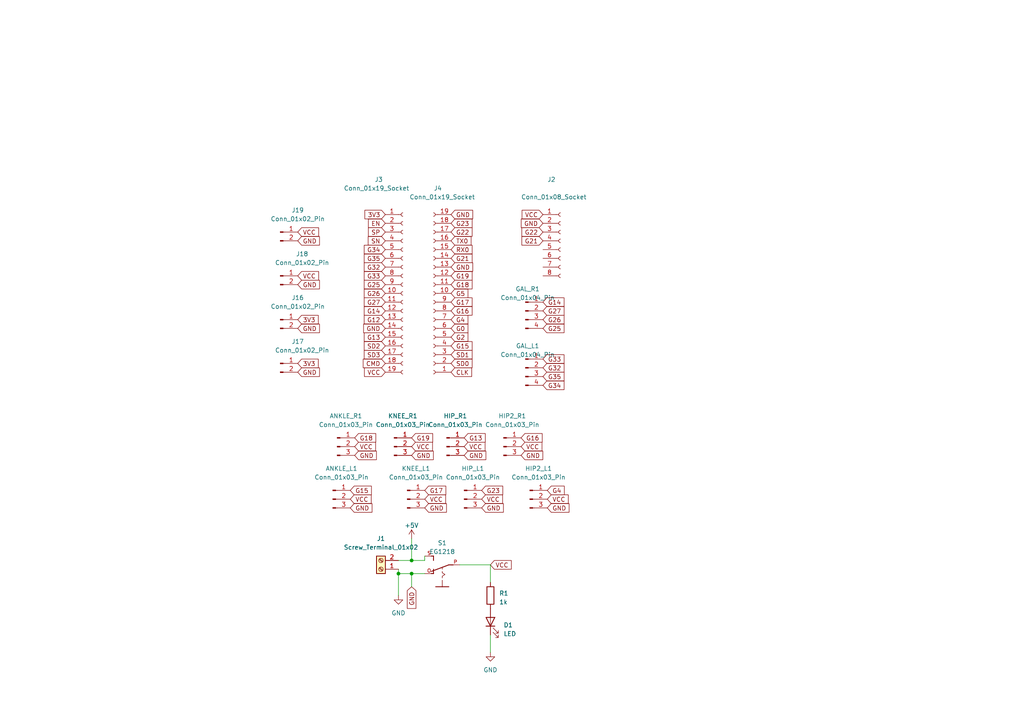
<source format=kicad_sch>
(kicad_sch (version 20230121) (generator eeschema)

  (uuid bdde0b69-1893-408d-a280-83f6eca59eaf)

  (paper "A4")

  (lib_symbols
    (symbol "Connector:Conn_01x02_Pin" (pin_names (offset 1.016) hide) (in_bom yes) (on_board yes)
      (property "Reference" "J" (at 0 2.54 0)
        (effects (font (size 1.27 1.27)))
      )
      (property "Value" "Conn_01x02_Pin" (at 0 -5.08 0)
        (effects (font (size 1.27 1.27)))
      )
      (property "Footprint" "" (at 0 0 0)
        (effects (font (size 1.27 1.27)) hide)
      )
      (property "Datasheet" "~" (at 0 0 0)
        (effects (font (size 1.27 1.27)) hide)
      )
      (property "ki_locked" "" (at 0 0 0)
        (effects (font (size 1.27 1.27)))
      )
      (property "ki_keywords" "connector" (at 0 0 0)
        (effects (font (size 1.27 1.27)) hide)
      )
      (property "ki_description" "Generic connector, single row, 01x02, script generated" (at 0 0 0)
        (effects (font (size 1.27 1.27)) hide)
      )
      (property "ki_fp_filters" "Connector*:*_1x??_*" (at 0 0 0)
        (effects (font (size 1.27 1.27)) hide)
      )
      (symbol "Conn_01x02_Pin_1_1"
        (polyline
          (pts
            (xy 1.27 -2.54)
            (xy 0.8636 -2.54)
          )
          (stroke (width 0.1524) (type default))
          (fill (type none))
        )
        (polyline
          (pts
            (xy 1.27 0)
            (xy 0.8636 0)
          )
          (stroke (width 0.1524) (type default))
          (fill (type none))
        )
        (rectangle (start 0.8636 -2.413) (end 0 -2.667)
          (stroke (width 0.1524) (type default))
          (fill (type outline))
        )
        (rectangle (start 0.8636 0.127) (end 0 -0.127)
          (stroke (width 0.1524) (type default))
          (fill (type outline))
        )
        (pin passive line (at 5.08 0 180) (length 3.81)
          (name "Pin_1" (effects (font (size 1.27 1.27))))
          (number "1" (effects (font (size 1.27 1.27))))
        )
        (pin passive line (at 5.08 -2.54 180) (length 3.81)
          (name "Pin_2" (effects (font (size 1.27 1.27))))
          (number "2" (effects (font (size 1.27 1.27))))
        )
      )
    )
    (symbol "Connector:Conn_01x03_Pin" (pin_names (offset 1.016) hide) (in_bom yes) (on_board yes)
      (property "Reference" "J" (at 0 5.08 0)
        (effects (font (size 1.27 1.27)))
      )
      (property "Value" "Conn_01x03_Pin" (at 0 -5.08 0)
        (effects (font (size 1.27 1.27)))
      )
      (property "Footprint" "" (at 0 0 0)
        (effects (font (size 1.27 1.27)) hide)
      )
      (property "Datasheet" "~" (at 0 0 0)
        (effects (font (size 1.27 1.27)) hide)
      )
      (property "ki_locked" "" (at 0 0 0)
        (effects (font (size 1.27 1.27)))
      )
      (property "ki_keywords" "connector" (at 0 0 0)
        (effects (font (size 1.27 1.27)) hide)
      )
      (property "ki_description" "Generic connector, single row, 01x03, script generated" (at 0 0 0)
        (effects (font (size 1.27 1.27)) hide)
      )
      (property "ki_fp_filters" "Connector*:*_1x??_*" (at 0 0 0)
        (effects (font (size 1.27 1.27)) hide)
      )
      (symbol "Conn_01x03_Pin_1_1"
        (polyline
          (pts
            (xy 1.27 -2.54)
            (xy 0.8636 -2.54)
          )
          (stroke (width 0.1524) (type default))
          (fill (type none))
        )
        (polyline
          (pts
            (xy 1.27 0)
            (xy 0.8636 0)
          )
          (stroke (width 0.1524) (type default))
          (fill (type none))
        )
        (polyline
          (pts
            (xy 1.27 2.54)
            (xy 0.8636 2.54)
          )
          (stroke (width 0.1524) (type default))
          (fill (type none))
        )
        (rectangle (start 0.8636 -2.413) (end 0 -2.667)
          (stroke (width 0.1524) (type default))
          (fill (type outline))
        )
        (rectangle (start 0.8636 0.127) (end 0 -0.127)
          (stroke (width 0.1524) (type default))
          (fill (type outline))
        )
        (rectangle (start 0.8636 2.667) (end 0 2.413)
          (stroke (width 0.1524) (type default))
          (fill (type outline))
        )
        (pin passive line (at 5.08 2.54 180) (length 3.81)
          (name "Pin_1" (effects (font (size 1.27 1.27))))
          (number "1" (effects (font (size 1.27 1.27))))
        )
        (pin passive line (at 5.08 0 180) (length 3.81)
          (name "Pin_2" (effects (font (size 1.27 1.27))))
          (number "2" (effects (font (size 1.27 1.27))))
        )
        (pin passive line (at 5.08 -2.54 180) (length 3.81)
          (name "Pin_3" (effects (font (size 1.27 1.27))))
          (number "3" (effects (font (size 1.27 1.27))))
        )
      )
    )
    (symbol "Connector:Conn_01x04_Pin" (pin_names (offset 1.016) hide) (in_bom yes) (on_board yes)
      (property "Reference" "J" (at 0 5.08 0)
        (effects (font (size 1.27 1.27)))
      )
      (property "Value" "Conn_01x04_Pin" (at 0 -7.62 0)
        (effects (font (size 1.27 1.27)))
      )
      (property "Footprint" "" (at 0 0 0)
        (effects (font (size 1.27 1.27)) hide)
      )
      (property "Datasheet" "~" (at 0 0 0)
        (effects (font (size 1.27 1.27)) hide)
      )
      (property "ki_locked" "" (at 0 0 0)
        (effects (font (size 1.27 1.27)))
      )
      (property "ki_keywords" "connector" (at 0 0 0)
        (effects (font (size 1.27 1.27)) hide)
      )
      (property "ki_description" "Generic connector, single row, 01x04, script generated" (at 0 0 0)
        (effects (font (size 1.27 1.27)) hide)
      )
      (property "ki_fp_filters" "Connector*:*_1x??_*" (at 0 0 0)
        (effects (font (size 1.27 1.27)) hide)
      )
      (symbol "Conn_01x04_Pin_1_1"
        (polyline
          (pts
            (xy 1.27 -5.08)
            (xy 0.8636 -5.08)
          )
          (stroke (width 0.1524) (type default))
          (fill (type none))
        )
        (polyline
          (pts
            (xy 1.27 -2.54)
            (xy 0.8636 -2.54)
          )
          (stroke (width 0.1524) (type default))
          (fill (type none))
        )
        (polyline
          (pts
            (xy 1.27 0)
            (xy 0.8636 0)
          )
          (stroke (width 0.1524) (type default))
          (fill (type none))
        )
        (polyline
          (pts
            (xy 1.27 2.54)
            (xy 0.8636 2.54)
          )
          (stroke (width 0.1524) (type default))
          (fill (type none))
        )
        (rectangle (start 0.8636 -4.953) (end 0 -5.207)
          (stroke (width 0.1524) (type default))
          (fill (type outline))
        )
        (rectangle (start 0.8636 -2.413) (end 0 -2.667)
          (stroke (width 0.1524) (type default))
          (fill (type outline))
        )
        (rectangle (start 0.8636 0.127) (end 0 -0.127)
          (stroke (width 0.1524) (type default))
          (fill (type outline))
        )
        (rectangle (start 0.8636 2.667) (end 0 2.413)
          (stroke (width 0.1524) (type default))
          (fill (type outline))
        )
        (pin passive line (at 5.08 2.54 180) (length 3.81)
          (name "Pin_1" (effects (font (size 1.27 1.27))))
          (number "1" (effects (font (size 1.27 1.27))))
        )
        (pin passive line (at 5.08 0 180) (length 3.81)
          (name "Pin_2" (effects (font (size 1.27 1.27))))
          (number "2" (effects (font (size 1.27 1.27))))
        )
        (pin passive line (at 5.08 -2.54 180) (length 3.81)
          (name "Pin_3" (effects (font (size 1.27 1.27))))
          (number "3" (effects (font (size 1.27 1.27))))
        )
        (pin passive line (at 5.08 -5.08 180) (length 3.81)
          (name "Pin_4" (effects (font (size 1.27 1.27))))
          (number "4" (effects (font (size 1.27 1.27))))
        )
      )
    )
    (symbol "Connector:Conn_01x08_Socket" (pin_names (offset 1.016) hide) (in_bom yes) (on_board yes)
      (property "Reference" "J" (at 0 10.16 0)
        (effects (font (size 1.27 1.27)))
      )
      (property "Value" "Conn_01x08_Socket" (at 0 -12.7 0)
        (effects (font (size 1.27 1.27)))
      )
      (property "Footprint" "" (at 0 0 0)
        (effects (font (size 1.27 1.27)) hide)
      )
      (property "Datasheet" "~" (at 0 0 0)
        (effects (font (size 1.27 1.27)) hide)
      )
      (property "ki_locked" "" (at 0 0 0)
        (effects (font (size 1.27 1.27)))
      )
      (property "ki_keywords" "connector" (at 0 0 0)
        (effects (font (size 1.27 1.27)) hide)
      )
      (property "ki_description" "Generic connector, single row, 01x08, script generated" (at 0 0 0)
        (effects (font (size 1.27 1.27)) hide)
      )
      (property "ki_fp_filters" "Connector*:*_1x??_*" (at 0 0 0)
        (effects (font (size 1.27 1.27)) hide)
      )
      (symbol "Conn_01x08_Socket_1_1"
        (arc (start 0 -9.652) (mid -0.5058 -10.16) (end 0 -10.668)
          (stroke (width 0.1524) (type default))
          (fill (type none))
        )
        (arc (start 0 -7.112) (mid -0.5058 -7.62) (end 0 -8.128)
          (stroke (width 0.1524) (type default))
          (fill (type none))
        )
        (arc (start 0 -4.572) (mid -0.5058 -5.08) (end 0 -5.588)
          (stroke (width 0.1524) (type default))
          (fill (type none))
        )
        (arc (start 0 -2.032) (mid -0.5058 -2.54) (end 0 -3.048)
          (stroke (width 0.1524) (type default))
          (fill (type none))
        )
        (polyline
          (pts
            (xy -1.27 -10.16)
            (xy -0.508 -10.16)
          )
          (stroke (width 0.1524) (type default))
          (fill (type none))
        )
        (polyline
          (pts
            (xy -1.27 -7.62)
            (xy -0.508 -7.62)
          )
          (stroke (width 0.1524) (type default))
          (fill (type none))
        )
        (polyline
          (pts
            (xy -1.27 -5.08)
            (xy -0.508 -5.08)
          )
          (stroke (width 0.1524) (type default))
          (fill (type none))
        )
        (polyline
          (pts
            (xy -1.27 -2.54)
            (xy -0.508 -2.54)
          )
          (stroke (width 0.1524) (type default))
          (fill (type none))
        )
        (polyline
          (pts
            (xy -1.27 0)
            (xy -0.508 0)
          )
          (stroke (width 0.1524) (type default))
          (fill (type none))
        )
        (polyline
          (pts
            (xy -1.27 2.54)
            (xy -0.508 2.54)
          )
          (stroke (width 0.1524) (type default))
          (fill (type none))
        )
        (polyline
          (pts
            (xy -1.27 5.08)
            (xy -0.508 5.08)
          )
          (stroke (width 0.1524) (type default))
          (fill (type none))
        )
        (polyline
          (pts
            (xy -1.27 7.62)
            (xy -0.508 7.62)
          )
          (stroke (width 0.1524) (type default))
          (fill (type none))
        )
        (arc (start 0 0.508) (mid -0.5058 0) (end 0 -0.508)
          (stroke (width 0.1524) (type default))
          (fill (type none))
        )
        (arc (start 0 3.048) (mid -0.5058 2.54) (end 0 2.032)
          (stroke (width 0.1524) (type default))
          (fill (type none))
        )
        (arc (start 0 5.588) (mid -0.5058 5.08) (end 0 4.572)
          (stroke (width 0.1524) (type default))
          (fill (type none))
        )
        (arc (start 0 8.128) (mid -0.5058 7.62) (end 0 7.112)
          (stroke (width 0.1524) (type default))
          (fill (type none))
        )
        (pin passive line (at -5.08 7.62 0) (length 3.81)
          (name "Pin_1" (effects (font (size 1.27 1.27))))
          (number "1" (effects (font (size 1.27 1.27))))
        )
        (pin passive line (at -5.08 5.08 0) (length 3.81)
          (name "Pin_2" (effects (font (size 1.27 1.27))))
          (number "2" (effects (font (size 1.27 1.27))))
        )
        (pin passive line (at -5.08 2.54 0) (length 3.81)
          (name "Pin_3" (effects (font (size 1.27 1.27))))
          (number "3" (effects (font (size 1.27 1.27))))
        )
        (pin passive line (at -5.08 0 0) (length 3.81)
          (name "Pin_4" (effects (font (size 1.27 1.27))))
          (number "4" (effects (font (size 1.27 1.27))))
        )
        (pin passive line (at -5.08 -2.54 0) (length 3.81)
          (name "Pin_5" (effects (font (size 1.27 1.27))))
          (number "5" (effects (font (size 1.27 1.27))))
        )
        (pin passive line (at -5.08 -5.08 0) (length 3.81)
          (name "Pin_6" (effects (font (size 1.27 1.27))))
          (number "6" (effects (font (size 1.27 1.27))))
        )
        (pin passive line (at -5.08 -7.62 0) (length 3.81)
          (name "Pin_7" (effects (font (size 1.27 1.27))))
          (number "7" (effects (font (size 1.27 1.27))))
        )
        (pin passive line (at -5.08 -10.16 0) (length 3.81)
          (name "Pin_8" (effects (font (size 1.27 1.27))))
          (number "8" (effects (font (size 1.27 1.27))))
        )
      )
    )
    (symbol "Connector:Conn_01x19_Socket" (pin_names (offset 1.016) hide) (in_bom yes) (on_board yes)
      (property "Reference" "J" (at 0 25.4 0)
        (effects (font (size 1.27 1.27)))
      )
      (property "Value" "Conn_01x19_Socket" (at 0 -25.4 0)
        (effects (font (size 1.27 1.27)))
      )
      (property "Footprint" "" (at 0 0 0)
        (effects (font (size 1.27 1.27)) hide)
      )
      (property "Datasheet" "~" (at 0 0 0)
        (effects (font (size 1.27 1.27)) hide)
      )
      (property "ki_locked" "" (at 0 0 0)
        (effects (font (size 1.27 1.27)))
      )
      (property "ki_keywords" "connector" (at 0 0 0)
        (effects (font (size 1.27 1.27)) hide)
      )
      (property "ki_description" "Generic connector, single row, 01x19, script generated" (at 0 0 0)
        (effects (font (size 1.27 1.27)) hide)
      )
      (property "ki_fp_filters" "Connector*:*_1x??_*" (at 0 0 0)
        (effects (font (size 1.27 1.27)) hide)
      )
      (symbol "Conn_01x19_Socket_1_1"
        (arc (start 0 -22.352) (mid -0.5058 -22.86) (end 0 -23.368)
          (stroke (width 0.1524) (type default))
          (fill (type none))
        )
        (arc (start 0 -19.812) (mid -0.5058 -20.32) (end 0 -20.828)
          (stroke (width 0.1524) (type default))
          (fill (type none))
        )
        (arc (start 0 -17.272) (mid -0.5058 -17.78) (end 0 -18.288)
          (stroke (width 0.1524) (type default))
          (fill (type none))
        )
        (arc (start 0 -14.732) (mid -0.5058 -15.24) (end 0 -15.748)
          (stroke (width 0.1524) (type default))
          (fill (type none))
        )
        (arc (start 0 -12.192) (mid -0.5058 -12.7) (end 0 -13.208)
          (stroke (width 0.1524) (type default))
          (fill (type none))
        )
        (arc (start 0 -9.652) (mid -0.5058 -10.16) (end 0 -10.668)
          (stroke (width 0.1524) (type default))
          (fill (type none))
        )
        (arc (start 0 -7.112) (mid -0.5058 -7.62) (end 0 -8.128)
          (stroke (width 0.1524) (type default))
          (fill (type none))
        )
        (arc (start 0 -4.572) (mid -0.5058 -5.08) (end 0 -5.588)
          (stroke (width 0.1524) (type default))
          (fill (type none))
        )
        (arc (start 0 -2.032) (mid -0.5058 -2.54) (end 0 -3.048)
          (stroke (width 0.1524) (type default))
          (fill (type none))
        )
        (polyline
          (pts
            (xy -1.27 -22.86)
            (xy -0.508 -22.86)
          )
          (stroke (width 0.1524) (type default))
          (fill (type none))
        )
        (polyline
          (pts
            (xy -1.27 -20.32)
            (xy -0.508 -20.32)
          )
          (stroke (width 0.1524) (type default))
          (fill (type none))
        )
        (polyline
          (pts
            (xy -1.27 -17.78)
            (xy -0.508 -17.78)
          )
          (stroke (width 0.1524) (type default))
          (fill (type none))
        )
        (polyline
          (pts
            (xy -1.27 -15.24)
            (xy -0.508 -15.24)
          )
          (stroke (width 0.1524) (type default))
          (fill (type none))
        )
        (polyline
          (pts
            (xy -1.27 -12.7)
            (xy -0.508 -12.7)
          )
          (stroke (width 0.1524) (type default))
          (fill (type none))
        )
        (polyline
          (pts
            (xy -1.27 -10.16)
            (xy -0.508 -10.16)
          )
          (stroke (width 0.1524) (type default))
          (fill (type none))
        )
        (polyline
          (pts
            (xy -1.27 -7.62)
            (xy -0.508 -7.62)
          )
          (stroke (width 0.1524) (type default))
          (fill (type none))
        )
        (polyline
          (pts
            (xy -1.27 -5.08)
            (xy -0.508 -5.08)
          )
          (stroke (width 0.1524) (type default))
          (fill (type none))
        )
        (polyline
          (pts
            (xy -1.27 -2.54)
            (xy -0.508 -2.54)
          )
          (stroke (width 0.1524) (type default))
          (fill (type none))
        )
        (polyline
          (pts
            (xy -1.27 0)
            (xy -0.508 0)
          )
          (stroke (width 0.1524) (type default))
          (fill (type none))
        )
        (polyline
          (pts
            (xy -1.27 2.54)
            (xy -0.508 2.54)
          )
          (stroke (width 0.1524) (type default))
          (fill (type none))
        )
        (polyline
          (pts
            (xy -1.27 5.08)
            (xy -0.508 5.08)
          )
          (stroke (width 0.1524) (type default))
          (fill (type none))
        )
        (polyline
          (pts
            (xy -1.27 7.62)
            (xy -0.508 7.62)
          )
          (stroke (width 0.1524) (type default))
          (fill (type none))
        )
        (polyline
          (pts
            (xy -1.27 10.16)
            (xy -0.508 10.16)
          )
          (stroke (width 0.1524) (type default))
          (fill (type none))
        )
        (polyline
          (pts
            (xy -1.27 12.7)
            (xy -0.508 12.7)
          )
          (stroke (width 0.1524) (type default))
          (fill (type none))
        )
        (polyline
          (pts
            (xy -1.27 15.24)
            (xy -0.508 15.24)
          )
          (stroke (width 0.1524) (type default))
          (fill (type none))
        )
        (polyline
          (pts
            (xy -1.27 17.78)
            (xy -0.508 17.78)
          )
          (stroke (width 0.1524) (type default))
          (fill (type none))
        )
        (polyline
          (pts
            (xy -1.27 20.32)
            (xy -0.508 20.32)
          )
          (stroke (width 0.1524) (type default))
          (fill (type none))
        )
        (polyline
          (pts
            (xy -1.27 22.86)
            (xy -0.508 22.86)
          )
          (stroke (width 0.1524) (type default))
          (fill (type none))
        )
        (arc (start 0 0.508) (mid -0.5058 0) (end 0 -0.508)
          (stroke (width 0.1524) (type default))
          (fill (type none))
        )
        (arc (start 0 3.048) (mid -0.5058 2.54) (end 0 2.032)
          (stroke (width 0.1524) (type default))
          (fill (type none))
        )
        (arc (start 0 5.588) (mid -0.5058 5.08) (end 0 4.572)
          (stroke (width 0.1524) (type default))
          (fill (type none))
        )
        (arc (start 0 8.128) (mid -0.5058 7.62) (end 0 7.112)
          (stroke (width 0.1524) (type default))
          (fill (type none))
        )
        (arc (start 0 10.668) (mid -0.5058 10.16) (end 0 9.652)
          (stroke (width 0.1524) (type default))
          (fill (type none))
        )
        (arc (start 0 13.208) (mid -0.5058 12.7) (end 0 12.192)
          (stroke (width 0.1524) (type default))
          (fill (type none))
        )
        (arc (start 0 15.748) (mid -0.5058 15.24) (end 0 14.732)
          (stroke (width 0.1524) (type default))
          (fill (type none))
        )
        (arc (start 0 18.288) (mid -0.5058 17.78) (end 0 17.272)
          (stroke (width 0.1524) (type default))
          (fill (type none))
        )
        (arc (start 0 20.828) (mid -0.5058 20.32) (end 0 19.812)
          (stroke (width 0.1524) (type default))
          (fill (type none))
        )
        (arc (start 0 23.368) (mid -0.5058 22.86) (end 0 22.352)
          (stroke (width 0.1524) (type default))
          (fill (type none))
        )
        (pin passive line (at -5.08 22.86 0) (length 3.81)
          (name "Pin_1" (effects (font (size 1.27 1.27))))
          (number "1" (effects (font (size 1.27 1.27))))
        )
        (pin passive line (at -5.08 0 0) (length 3.81)
          (name "Pin_10" (effects (font (size 1.27 1.27))))
          (number "10" (effects (font (size 1.27 1.27))))
        )
        (pin passive line (at -5.08 -2.54 0) (length 3.81)
          (name "Pin_11" (effects (font (size 1.27 1.27))))
          (number "11" (effects (font (size 1.27 1.27))))
        )
        (pin passive line (at -5.08 -5.08 0) (length 3.81)
          (name "Pin_12" (effects (font (size 1.27 1.27))))
          (number "12" (effects (font (size 1.27 1.27))))
        )
        (pin passive line (at -5.08 -7.62 0) (length 3.81)
          (name "Pin_13" (effects (font (size 1.27 1.27))))
          (number "13" (effects (font (size 1.27 1.27))))
        )
        (pin passive line (at -5.08 -10.16 0) (length 3.81)
          (name "Pin_14" (effects (font (size 1.27 1.27))))
          (number "14" (effects (font (size 1.27 1.27))))
        )
        (pin passive line (at -5.08 -12.7 0) (length 3.81)
          (name "Pin_15" (effects (font (size 1.27 1.27))))
          (number "15" (effects (font (size 1.27 1.27))))
        )
        (pin passive line (at -5.08 -15.24 0) (length 3.81)
          (name "Pin_16" (effects (font (size 1.27 1.27))))
          (number "16" (effects (font (size 1.27 1.27))))
        )
        (pin passive line (at -5.08 -17.78 0) (length 3.81)
          (name "Pin_17" (effects (font (size 1.27 1.27))))
          (number "17" (effects (font (size 1.27 1.27))))
        )
        (pin passive line (at -5.08 -20.32 0) (length 3.81)
          (name "Pin_18" (effects (font (size 1.27 1.27))))
          (number "18" (effects (font (size 1.27 1.27))))
        )
        (pin passive line (at -5.08 -22.86 0) (length 3.81)
          (name "Pin_19" (effects (font (size 1.27 1.27))))
          (number "19" (effects (font (size 1.27 1.27))))
        )
        (pin passive line (at -5.08 20.32 0) (length 3.81)
          (name "Pin_2" (effects (font (size 1.27 1.27))))
          (number "2" (effects (font (size 1.27 1.27))))
        )
        (pin passive line (at -5.08 17.78 0) (length 3.81)
          (name "Pin_3" (effects (font (size 1.27 1.27))))
          (number "3" (effects (font (size 1.27 1.27))))
        )
        (pin passive line (at -5.08 15.24 0) (length 3.81)
          (name "Pin_4" (effects (font (size 1.27 1.27))))
          (number "4" (effects (font (size 1.27 1.27))))
        )
        (pin passive line (at -5.08 12.7 0) (length 3.81)
          (name "Pin_5" (effects (font (size 1.27 1.27))))
          (number "5" (effects (font (size 1.27 1.27))))
        )
        (pin passive line (at -5.08 10.16 0) (length 3.81)
          (name "Pin_6" (effects (font (size 1.27 1.27))))
          (number "6" (effects (font (size 1.27 1.27))))
        )
        (pin passive line (at -5.08 7.62 0) (length 3.81)
          (name "Pin_7" (effects (font (size 1.27 1.27))))
          (number "7" (effects (font (size 1.27 1.27))))
        )
        (pin passive line (at -5.08 5.08 0) (length 3.81)
          (name "Pin_8" (effects (font (size 1.27 1.27))))
          (number "8" (effects (font (size 1.27 1.27))))
        )
        (pin passive line (at -5.08 2.54 0) (length 3.81)
          (name "Pin_9" (effects (font (size 1.27 1.27))))
          (number "9" (effects (font (size 1.27 1.27))))
        )
      )
    )
    (symbol "Connector:Screw_Terminal_01x02" (pin_names (offset 1.016) hide) (in_bom yes) (on_board yes)
      (property "Reference" "J" (at 0 2.54 0)
        (effects (font (size 1.27 1.27)))
      )
      (property "Value" "Screw_Terminal_01x02" (at 0 -5.08 0)
        (effects (font (size 1.27 1.27)))
      )
      (property "Footprint" "" (at 0 0 0)
        (effects (font (size 1.27 1.27)) hide)
      )
      (property "Datasheet" "~" (at 0 0 0)
        (effects (font (size 1.27 1.27)) hide)
      )
      (property "ki_keywords" "screw terminal" (at 0 0 0)
        (effects (font (size 1.27 1.27)) hide)
      )
      (property "ki_description" "Generic screw terminal, single row, 01x02, script generated (kicad-library-utils/schlib/autogen/connector/)" (at 0 0 0)
        (effects (font (size 1.27 1.27)) hide)
      )
      (property "ki_fp_filters" "TerminalBlock*:*" (at 0 0 0)
        (effects (font (size 1.27 1.27)) hide)
      )
      (symbol "Screw_Terminal_01x02_1_1"
        (rectangle (start -1.27 1.27) (end 1.27 -3.81)
          (stroke (width 0.254) (type default))
          (fill (type background))
        )
        (circle (center 0 -2.54) (radius 0.635)
          (stroke (width 0.1524) (type default))
          (fill (type none))
        )
        (polyline
          (pts
            (xy -0.5334 -2.2098)
            (xy 0.3302 -3.048)
          )
          (stroke (width 0.1524) (type default))
          (fill (type none))
        )
        (polyline
          (pts
            (xy -0.5334 0.3302)
            (xy 0.3302 -0.508)
          )
          (stroke (width 0.1524) (type default))
          (fill (type none))
        )
        (polyline
          (pts
            (xy -0.3556 -2.032)
            (xy 0.508 -2.8702)
          )
          (stroke (width 0.1524) (type default))
          (fill (type none))
        )
        (polyline
          (pts
            (xy -0.3556 0.508)
            (xy 0.508 -0.3302)
          )
          (stroke (width 0.1524) (type default))
          (fill (type none))
        )
        (circle (center 0 0) (radius 0.635)
          (stroke (width 0.1524) (type default))
          (fill (type none))
        )
        (pin passive line (at -5.08 0 0) (length 3.81)
          (name "Pin_1" (effects (font (size 1.27 1.27))))
          (number "1" (effects (font (size 1.27 1.27))))
        )
        (pin passive line (at -5.08 -2.54 0) (length 3.81)
          (name "Pin_2" (effects (font (size 1.27 1.27))))
          (number "2" (effects (font (size 1.27 1.27))))
        )
      )
    )
    (symbol "Device:LED" (pin_numbers hide) (pin_names (offset 1.016) hide) (in_bom yes) (on_board yes)
      (property "Reference" "D" (at 0 2.54 0)
        (effects (font (size 1.27 1.27)))
      )
      (property "Value" "LED" (at 0 -2.54 0)
        (effects (font (size 1.27 1.27)))
      )
      (property "Footprint" "" (at 0 0 0)
        (effects (font (size 1.27 1.27)) hide)
      )
      (property "Datasheet" "~" (at 0 0 0)
        (effects (font (size 1.27 1.27)) hide)
      )
      (property "ki_keywords" "LED diode" (at 0 0 0)
        (effects (font (size 1.27 1.27)) hide)
      )
      (property "ki_description" "Light emitting diode" (at 0 0 0)
        (effects (font (size 1.27 1.27)) hide)
      )
      (property "ki_fp_filters" "LED* LED_SMD:* LED_THT:*" (at 0 0 0)
        (effects (font (size 1.27 1.27)) hide)
      )
      (symbol "LED_0_1"
        (polyline
          (pts
            (xy -1.27 -1.27)
            (xy -1.27 1.27)
          )
          (stroke (width 0.254) (type default))
          (fill (type none))
        )
        (polyline
          (pts
            (xy -1.27 0)
            (xy 1.27 0)
          )
          (stroke (width 0) (type default))
          (fill (type none))
        )
        (polyline
          (pts
            (xy 1.27 -1.27)
            (xy 1.27 1.27)
            (xy -1.27 0)
            (xy 1.27 -1.27)
          )
          (stroke (width 0.254) (type default))
          (fill (type none))
        )
        (polyline
          (pts
            (xy -3.048 -0.762)
            (xy -4.572 -2.286)
            (xy -3.81 -2.286)
            (xy -4.572 -2.286)
            (xy -4.572 -1.524)
          )
          (stroke (width 0) (type default))
          (fill (type none))
        )
        (polyline
          (pts
            (xy -1.778 -0.762)
            (xy -3.302 -2.286)
            (xy -2.54 -2.286)
            (xy -3.302 -2.286)
            (xy -3.302 -1.524)
          )
          (stroke (width 0) (type default))
          (fill (type none))
        )
      )
      (symbol "LED_1_1"
        (pin passive line (at -3.81 0 0) (length 2.54)
          (name "K" (effects (font (size 1.27 1.27))))
          (number "1" (effects (font (size 1.27 1.27))))
        )
        (pin passive line (at 3.81 0 180) (length 2.54)
          (name "A" (effects (font (size 1.27 1.27))))
          (number "2" (effects (font (size 1.27 1.27))))
        )
      )
    )
    (symbol "Device:R" (pin_numbers hide) (pin_names (offset 0)) (in_bom yes) (on_board yes)
      (property "Reference" "R" (at 2.032 0 90)
        (effects (font (size 1.27 1.27)))
      )
      (property "Value" "R" (at 0 0 90)
        (effects (font (size 1.27 1.27)))
      )
      (property "Footprint" "" (at -1.778 0 90)
        (effects (font (size 1.27 1.27)) hide)
      )
      (property "Datasheet" "~" (at 0 0 0)
        (effects (font (size 1.27 1.27)) hide)
      )
      (property "ki_keywords" "R res resistor" (at 0 0 0)
        (effects (font (size 1.27 1.27)) hide)
      )
      (property "ki_description" "Resistor" (at 0 0 0)
        (effects (font (size 1.27 1.27)) hide)
      )
      (property "ki_fp_filters" "R_*" (at 0 0 0)
        (effects (font (size 1.27 1.27)) hide)
      )
      (symbol "R_0_1"
        (rectangle (start -1.016 -2.54) (end 1.016 2.54)
          (stroke (width 0.254) (type default))
          (fill (type none))
        )
      )
      (symbol "R_1_1"
        (pin passive line (at 0 3.81 270) (length 1.27)
          (name "~" (effects (font (size 1.27 1.27))))
          (number "1" (effects (font (size 1.27 1.27))))
        )
        (pin passive line (at 0 -3.81 90) (length 1.27)
          (name "~" (effects (font (size 1.27 1.27))))
          (number "2" (effects (font (size 1.27 1.27))))
        )
      )
    )
    (symbol "EG1218:EG1218" (pin_names (offset 1.016)) (in_bom yes) (on_board yes)
      (property "Reference" "S" (at -6.35 -1.905 90)
        (effects (font (size 1.27 1.27)) (justify left bottom))
      )
      (property "Value" "EG1218" (at -3.81 3.175 90)
        (effects (font (size 1.27 1.27)) (justify left bottom))
      )
      (property "Footprint" "EG1218" (at 0 0 0)
        (effects (font (size 1.27 1.27)) (justify bottom) hide)
      )
      (property "Datasheet" "" (at 0 0 0)
        (effects (font (size 1.27 1.27)) hide)
      )
      (symbol "EG1218_0_0"
        (polyline
          (pts
            (xy -3.81 0)
            (xy -3.81 -1.905)
          )
          (stroke (width 0.254) (type default))
          (fill (type none))
        )
        (polyline
          (pts
            (xy -3.81 0)
            (xy -1.905 0)
          )
          (stroke (width 0.1524) (type default))
          (fill (type none))
        )
        (polyline
          (pts
            (xy -3.81 1.905)
            (xy -3.81 0)
          )
          (stroke (width 0.254) (type default))
          (fill (type none))
        )
        (polyline
          (pts
            (xy -1.27 0)
            (xy -0.762 0)
          )
          (stroke (width 0.1524) (type default))
          (fill (type none))
        )
        (polyline
          (pts
            (xy -0.762 0)
            (xy -0.254 -0.762)
          )
          (stroke (width 0.1524) (type default))
          (fill (type none))
        )
        (polyline
          (pts
            (xy -0.254 -0.762)
            (xy 0.254 0)
          )
          (stroke (width 0.1524) (type default))
          (fill (type none))
        )
        (polyline
          (pts
            (xy 0 2.54)
            (xy 0 3.175)
          )
          (stroke (width 0.254) (type default))
          (fill (type none))
        )
        (polyline
          (pts
            (xy 0 2.54)
            (xy 1.27 2.54)
          )
          (stroke (width 0.254) (type default))
          (fill (type none))
        )
        (polyline
          (pts
            (xy 0.254 0)
            (xy 0.635 0)
          )
          (stroke (width 0.1524) (type default))
          (fill (type none))
        )
        (polyline
          (pts
            (xy 1.27 0)
            (xy 1.905 0)
          )
          (stroke (width 0.1524) (type default))
          (fill (type none))
        )
        (polyline
          (pts
            (xy 2.54 -3.175)
            (xy 2.54 -1.905)
          )
          (stroke (width 0.254) (type default))
          (fill (type none))
        )
        (polyline
          (pts
            (xy 2.54 -1.905)
            (xy 0.635 3.175)
          )
          (stroke (width 0.254) (type default))
          (fill (type none))
        )
        (polyline
          (pts
            (xy 3.81 2.54)
            (xy 5.08 2.54)
          )
          (stroke (width 0.254) (type default))
          (fill (type none))
        )
        (polyline
          (pts
            (xy 5.08 2.54)
            (xy 5.08 3.175)
          )
          (stroke (width 0.254) (type default))
          (fill (type none))
        )
        (pin passive line (at 0 5.08 270) (length 2.54)
          (name "~" (effects (font (size 1.016 1.016))))
          (number "O" (effects (font (size 1.016 1.016))))
        )
        (pin passive line (at 2.54 -5.08 90) (length 2.54)
          (name "~" (effects (font (size 1.016 1.016))))
          (number "P" (effects (font (size 1.016 1.016))))
        )
        (pin passive line (at 5.08 5.08 270) (length 2.54)
          (name "~" (effects (font (size 1.016 1.016))))
          (number "S" (effects (font (size 1.016 1.016))))
        )
      )
    )
    (symbol "power:+5V" (power) (pin_names (offset 0)) (in_bom yes) (on_board yes)
      (property "Reference" "#PWR" (at 0 -3.81 0)
        (effects (font (size 1.27 1.27)) hide)
      )
      (property "Value" "+5V" (at 0 3.556 0)
        (effects (font (size 1.27 1.27)))
      )
      (property "Footprint" "" (at 0 0 0)
        (effects (font (size 1.27 1.27)) hide)
      )
      (property "Datasheet" "" (at 0 0 0)
        (effects (font (size 1.27 1.27)) hide)
      )
      (property "ki_keywords" "global power" (at 0 0 0)
        (effects (font (size 1.27 1.27)) hide)
      )
      (property "ki_description" "Power symbol creates a global label with name \"+5V\"" (at 0 0 0)
        (effects (font (size 1.27 1.27)) hide)
      )
      (symbol "+5V_0_1"
        (polyline
          (pts
            (xy -0.762 1.27)
            (xy 0 2.54)
          )
          (stroke (width 0) (type default))
          (fill (type none))
        )
        (polyline
          (pts
            (xy 0 0)
            (xy 0 2.54)
          )
          (stroke (width 0) (type default))
          (fill (type none))
        )
        (polyline
          (pts
            (xy 0 2.54)
            (xy 0.762 1.27)
          )
          (stroke (width 0) (type default))
          (fill (type none))
        )
      )
      (symbol "+5V_1_1"
        (pin power_in line (at 0 0 90) (length 0) hide
          (name "+5V" (effects (font (size 1.27 1.27))))
          (number "1" (effects (font (size 1.27 1.27))))
        )
      )
    )
    (symbol "power:GND" (power) (pin_names (offset 0)) (in_bom yes) (on_board yes)
      (property "Reference" "#PWR" (at 0 -6.35 0)
        (effects (font (size 1.27 1.27)) hide)
      )
      (property "Value" "GND" (at 0 -3.81 0)
        (effects (font (size 1.27 1.27)))
      )
      (property "Footprint" "" (at 0 0 0)
        (effects (font (size 1.27 1.27)) hide)
      )
      (property "Datasheet" "" (at 0 0 0)
        (effects (font (size 1.27 1.27)) hide)
      )
      (property "ki_keywords" "global power" (at 0 0 0)
        (effects (font (size 1.27 1.27)) hide)
      )
      (property "ki_description" "Power symbol creates a global label with name \"GND\" , ground" (at 0 0 0)
        (effects (font (size 1.27 1.27)) hide)
      )
      (symbol "GND_0_1"
        (polyline
          (pts
            (xy 0 0)
            (xy 0 -1.27)
            (xy 1.27 -1.27)
            (xy 0 -2.54)
            (xy -1.27 -1.27)
            (xy 0 -1.27)
          )
          (stroke (width 0) (type default))
          (fill (type none))
        )
      )
      (symbol "GND_1_1"
        (pin power_in line (at 0 0 270) (length 0) hide
          (name "GND" (effects (font (size 1.27 1.27))))
          (number "1" (effects (font (size 1.27 1.27))))
        )
      )
    )
  )

  (junction (at 119.38 166.37) (diameter 0) (color 0 0 0 0)
    (uuid 13740f29-dbc3-44b1-b108-26adb9485bc9)
  )
  (junction (at 119.38 162.56) (diameter 0) (color 0 0 0 0)
    (uuid 386033be-31ab-45d9-a9f5-55a699153d50)
  )
  (junction (at 115.57 166.37) (diameter 0) (color 0 0 0 0)
    (uuid 795143e3-f1a4-4d3f-ad5c-48ecdc254e79)
  )

  (wire (pts (xy 123.19 162.56) (xy 123.19 161.29))
    (stroke (width 0) (type default))
    (uuid 001a9e62-d75b-43b8-91d0-c2d9e5a2d32f)
  )
  (wire (pts (xy 119.38 156.21) (xy 119.38 162.56))
    (stroke (width 0) (type default))
    (uuid 0330fc72-cc02-4149-a500-ff8a71e3fead)
  )
  (wire (pts (xy 133.35 163.83) (xy 142.24 163.83))
    (stroke (width 0) (type default))
    (uuid 0aeca5a8-85e2-4d52-bce9-292663949c33)
  )
  (wire (pts (xy 142.24 163.83) (xy 142.24 168.91))
    (stroke (width 0) (type default))
    (uuid 2348db43-520f-4593-b81e-f41c4fedc3c4)
  )
  (wire (pts (xy 119.38 162.56) (xy 123.19 162.56))
    (stroke (width 0) (type default))
    (uuid 3a5a44a0-f196-449a-ad4c-aaa7ddb24dfb)
  )
  (wire (pts (xy 142.24 184.15) (xy 142.24 189.23))
    (stroke (width 0) (type default))
    (uuid 454d09b4-166c-4b93-881c-8b46123edbb5)
  )
  (wire (pts (xy 119.38 166.37) (xy 123.19 166.37))
    (stroke (width 0) (type default))
    (uuid 6c9f7249-bae2-4cc2-ae44-32709a73dd43)
  )
  (wire (pts (xy 115.57 166.37) (xy 115.57 165.1))
    (stroke (width 0) (type default))
    (uuid b2b74040-f3fd-470b-822c-d855c41669d6)
  )
  (wire (pts (xy 115.57 166.37) (xy 119.38 166.37))
    (stroke (width 0) (type default))
    (uuid c1aeb478-c37e-4394-9936-2f6711c0925a)
  )
  (wire (pts (xy 115.57 166.37) (xy 115.57 172.72))
    (stroke (width 0) (type default))
    (uuid e7110351-1e63-4783-b089-b64606c6efe5)
  )
  (wire (pts (xy 119.38 166.37) (xy 119.38 170.18))
    (stroke (width 0) (type default))
    (uuid ed34a233-51af-412d-b378-5d1ca36de144)
  )
  (wire (pts (xy 115.57 162.56) (xy 119.38 162.56))
    (stroke (width 0) (type default))
    (uuid eda4282a-c144-4ee3-90f9-eac08fcd467e)
  )

  (global_label "G25" (shape input) (at 157.48 95.25 0) (fields_autoplaced)
    (effects (font (size 1.27 1.27)) (justify left))
    (uuid 0053d347-68c2-406b-a766-56ba48915e13)
    (property "Intersheetrefs" "${INTERSHEET_REFS}" (at 164.0748 95.25 0)
      (effects (font (size 1.27 1.27)) (justify left) hide)
    )
  )
  (global_label "GND" (shape input) (at 119.38 132.08 0) (fields_autoplaced)
    (effects (font (size 1.27 1.27)) (justify left))
    (uuid 07c8c75a-bcaa-4c4e-ac4b-479685f90708)
    (property "Intersheetrefs" "${INTERSHEET_REFS}" (at 126.1563 132.08 0)
      (effects (font (size 1.27 1.27)) (justify left) hide)
    )
  )
  (global_label "VCC" (shape input) (at 142.24 163.83 0) (fields_autoplaced)
    (effects (font (size 1.27 1.27)) (justify left))
    (uuid 0d2c5ea8-27e0-49b8-b820-a80c570d0433)
    (property "Intersheetrefs" "${INTERSHEET_REFS}" (at 148.7744 163.83 0)
      (effects (font (size 1.27 1.27)) (justify left) hide)
    )
  )
  (global_label "GND" (shape input) (at 102.87 132.08 0) (fields_autoplaced)
    (effects (font (size 1.27 1.27)) (justify left))
    (uuid 0e51eb47-b695-434c-912f-2dcab55e92c7)
    (property "Intersheetrefs" "${INTERSHEET_REFS}" (at 109.6463 132.08 0)
      (effects (font (size 1.27 1.27)) (justify left) hide)
    )
  )
  (global_label "G2" (shape input) (at 130.81 97.79 0) (fields_autoplaced)
    (effects (font (size 1.27 1.27)) (justify left))
    (uuid 105ae2fa-1589-46a6-8f00-25cf3ce2d837)
    (property "Intersheetrefs" "${INTERSHEET_REFS}" (at 136.1953 97.79 0)
      (effects (font (size 1.27 1.27)) (justify left) hide)
    )
  )
  (global_label "SD1" (shape input) (at 130.81 102.87 0) (fields_autoplaced)
    (effects (font (size 1.27 1.27)) (justify left))
    (uuid 1d7169e2-427c-42c6-9d5f-dac71d729708)
    (property "Intersheetrefs" "${INTERSHEET_REFS}" (at 137.4048 102.87 0)
      (effects (font (size 1.27 1.27)) (justify left) hide)
    )
  )
  (global_label "SD2" (shape input) (at 111.76 100.33 180) (fields_autoplaced)
    (effects (font (size 1.27 1.27)) (justify right))
    (uuid 253d294d-3454-4f3f-adee-1c9e42db7bed)
    (property "Intersheetrefs" "${INTERSHEET_REFS}" (at 105.1652 100.33 0)
      (effects (font (size 1.27 1.27)) (justify right) hide)
    )
  )
  (global_label "VCC" (shape input) (at 123.19 144.78 0) (fields_autoplaced)
    (effects (font (size 1.27 1.27)) (justify left))
    (uuid 2585ba63-24d3-4146-ba00-b5f298a38ba7)
    (property "Intersheetrefs" "${INTERSHEET_REFS}" (at 129.7244 144.78 0)
      (effects (font (size 1.27 1.27)) (justify left) hide)
    )
  )
  (global_label "GND" (shape input) (at 151.13 132.08 0) (fields_autoplaced)
    (effects (font (size 1.27 1.27)) (justify left))
    (uuid 27265db2-d94f-46fe-a7f2-e5eccc9953e2)
    (property "Intersheetrefs" "${INTERSHEET_REFS}" (at 157.9063 132.08 0)
      (effects (font (size 1.27 1.27)) (justify left) hide)
    )
  )
  (global_label "G34" (shape input) (at 111.76 72.39 180) (fields_autoplaced)
    (effects (font (size 1.27 1.27)) (justify right))
    (uuid 2b2d0276-db26-447c-aa31-16d74b73e66a)
    (property "Intersheetrefs" "${INTERSHEET_REFS}" (at 105.1652 72.39 0)
      (effects (font (size 1.27 1.27)) (justify right) hide)
    )
  )
  (global_label "VCC" (shape input) (at 119.38 129.54 0) (fields_autoplaced)
    (effects (font (size 1.27 1.27)) (justify left))
    (uuid 2cd9d5b9-711a-4a26-b137-6a41607840f7)
    (property "Intersheetrefs" "${INTERSHEET_REFS}" (at 125.9144 129.54 0)
      (effects (font (size 1.27 1.27)) (justify left) hide)
    )
  )
  (global_label "G16" (shape input) (at 130.81 90.17 0) (fields_autoplaced)
    (effects (font (size 1.27 1.27)) (justify left))
    (uuid 2e4a9dc9-93c9-496c-891b-c2f1509f49c3)
    (property "Intersheetrefs" "${INTERSHEET_REFS}" (at 137.4048 90.17 0)
      (effects (font (size 1.27 1.27)) (justify left) hide)
    )
  )
  (global_label "VCC" (shape input) (at 158.75 144.78 0) (fields_autoplaced)
    (effects (font (size 1.27 1.27)) (justify left))
    (uuid 32831362-4b9c-40b2-b52a-7630f36575b8)
    (property "Intersheetrefs" "${INTERSHEET_REFS}" (at 165.2844 144.78 0)
      (effects (font (size 1.27 1.27)) (justify left) hide)
    )
  )
  (global_label "G21" (shape input) (at 130.81 74.93 0) (fields_autoplaced)
    (effects (font (size 1.27 1.27)) (justify left))
    (uuid 358d268d-e202-4a9a-87fb-b34de233117b)
    (property "Intersheetrefs" "${INTERSHEET_REFS}" (at 137.4048 74.93 0)
      (effects (font (size 1.27 1.27)) (justify left) hide)
    )
  )
  (global_label "G35" (shape input) (at 157.48 109.22 0) (fields_autoplaced)
    (effects (font (size 1.27 1.27)) (justify left))
    (uuid 369914c3-2d4a-42d5-9b8d-2e30f9738e99)
    (property "Intersheetrefs" "${INTERSHEET_REFS}" (at 164.0748 109.22 0)
      (effects (font (size 1.27 1.27)) (justify left) hide)
    )
  )
  (global_label "3V3" (shape input) (at 111.76 62.23 180) (fields_autoplaced)
    (effects (font (size 1.27 1.27)) (justify right))
    (uuid 3742c515-941a-47b3-baf7-7859b9c801f4)
    (property "Intersheetrefs" "${INTERSHEET_REFS}" (at 105.3466 62.23 0)
      (effects (font (size 1.27 1.27)) (justify right) hide)
    )
  )
  (global_label "G14" (shape input) (at 111.76 90.17 180) (fields_autoplaced)
    (effects (font (size 1.27 1.27)) (justify right))
    (uuid 37eaa646-6512-418a-b024-81fd246588a6)
    (property "Intersheetrefs" "${INTERSHEET_REFS}" (at 105.1652 90.17 0)
      (effects (font (size 1.27 1.27)) (justify right) hide)
    )
  )
  (global_label "G15" (shape input) (at 101.6 142.24 0) (fields_autoplaced)
    (effects (font (size 1.27 1.27)) (justify left))
    (uuid 3b32bd7b-5f91-4566-8634-53739c312944)
    (property "Intersheetrefs" "${INTERSHEET_REFS}" (at 108.1948 142.24 0)
      (effects (font (size 1.27 1.27)) (justify left) hide)
    )
  )
  (global_label "G32" (shape input) (at 157.48 106.68 0) (fields_autoplaced)
    (effects (font (size 1.27 1.27)) (justify left))
    (uuid 3d3f91ec-0762-4288-b9a1-7a46ed82a0a8)
    (property "Intersheetrefs" "${INTERSHEET_REFS}" (at 164.0748 106.68 0)
      (effects (font (size 1.27 1.27)) (justify left) hide)
    )
  )
  (global_label "G27" (shape input) (at 157.48 90.17 0) (fields_autoplaced)
    (effects (font (size 1.27 1.27)) (justify left))
    (uuid 40e24c70-fdd2-4938-bf8e-6a2e3c298a8a)
    (property "Intersheetrefs" "${INTERSHEET_REFS}" (at 164.0748 90.17 0)
      (effects (font (size 1.27 1.27)) (justify left) hide)
    )
  )
  (global_label "3V3" (shape input) (at 86.36 105.41 0) (fields_autoplaced)
    (effects (font (size 1.27 1.27)) (justify left))
    (uuid 41801541-766b-4b95-815e-7a77048ec501)
    (property "Intersheetrefs" "${INTERSHEET_REFS}" (at 92.7734 105.41 0)
      (effects (font (size 1.27 1.27)) (justify left) hide)
    )
  )
  (global_label "G33" (shape input) (at 111.76 80.01 180) (fields_autoplaced)
    (effects (font (size 1.27 1.27)) (justify right))
    (uuid 457fe22a-2788-4289-82a2-e30f17c0ebc5)
    (property "Intersheetrefs" "${INTERSHEET_REFS}" (at 105.1652 80.01 0)
      (effects (font (size 1.27 1.27)) (justify right) hide)
    )
  )
  (global_label "G5" (shape input) (at 130.81 85.09 0) (fields_autoplaced)
    (effects (font (size 1.27 1.27)) (justify left))
    (uuid 45d8876f-2abe-4750-9451-273b73f73075)
    (property "Intersheetrefs" "${INTERSHEET_REFS}" (at 136.1953 85.09 0)
      (effects (font (size 1.27 1.27)) (justify left) hide)
    )
  )
  (global_label "G35" (shape input) (at 111.76 74.93 180) (fields_autoplaced)
    (effects (font (size 1.27 1.27)) (justify right))
    (uuid 498bcefb-c28f-48cd-a154-65631cc8c393)
    (property "Intersheetrefs" "${INTERSHEET_REFS}" (at 105.1652 74.93 0)
      (effects (font (size 1.27 1.27)) (justify right) hide)
    )
  )
  (global_label "G25" (shape input) (at 111.76 82.55 180) (fields_autoplaced)
    (effects (font (size 1.27 1.27)) (justify right))
    (uuid 4a536bbd-9fc0-4ded-b219-b772d4777bd4)
    (property "Intersheetrefs" "${INTERSHEET_REFS}" (at 105.1652 82.55 0)
      (effects (font (size 1.27 1.27)) (justify right) hide)
    )
  )
  (global_label "G21" (shape input) (at 157.48 69.85 180) (fields_autoplaced)
    (effects (font (size 1.27 1.27)) (justify right))
    (uuid 4b3f7757-623f-4d68-b690-4e6a4e7fe115)
    (property "Intersheetrefs" "${INTERSHEET_REFS}" (at 150.8852 69.85 0)
      (effects (font (size 1.27 1.27)) (justify right) hide)
    )
  )
  (global_label "GND" (shape input) (at 130.81 62.23 0) (fields_autoplaced)
    (effects (font (size 1.27 1.27)) (justify left))
    (uuid 4ba3745e-3e6d-408d-9cbd-1b21c4562584)
    (property "Intersheetrefs" "${INTERSHEET_REFS}" (at 137.5863 62.23 0)
      (effects (font (size 1.27 1.27)) (justify left) hide)
    )
  )
  (global_label "GND" (shape input) (at 139.7 147.32 0) (fields_autoplaced)
    (effects (font (size 1.27 1.27)) (justify left))
    (uuid 50633273-74df-4e70-ac7c-443e9e58fcd9)
    (property "Intersheetrefs" "${INTERSHEET_REFS}" (at 146.4763 147.32 0)
      (effects (font (size 1.27 1.27)) (justify left) hide)
    )
  )
  (global_label "G13" (shape input) (at 111.76 97.79 180) (fields_autoplaced)
    (effects (font (size 1.27 1.27)) (justify right))
    (uuid 51c0116c-a10a-4d01-ae04-6dd349c6c01b)
    (property "Intersheetrefs" "${INTERSHEET_REFS}" (at 105.1652 97.79 0)
      (effects (font (size 1.27 1.27)) (justify right) hide)
    )
  )
  (global_label "G18" (shape input) (at 130.81 82.55 0) (fields_autoplaced)
    (effects (font (size 1.27 1.27)) (justify left))
    (uuid 5b4610e1-985f-4738-933f-7129110d1651)
    (property "Intersheetrefs" "${INTERSHEET_REFS}" (at 137.4048 82.55 0)
      (effects (font (size 1.27 1.27)) (justify left) hide)
    )
  )
  (global_label "GND" (shape input) (at 134.62 132.08 0) (fields_autoplaced)
    (effects (font (size 1.27 1.27)) (justify left))
    (uuid 5c613172-a3dc-4aec-8f0b-bf595a0b2c0a)
    (property "Intersheetrefs" "${INTERSHEET_REFS}" (at 141.3963 132.08 0)
      (effects (font (size 1.27 1.27)) (justify left) hide)
    )
  )
  (global_label "G12" (shape input) (at 111.76 92.71 180) (fields_autoplaced)
    (effects (font (size 1.27 1.27)) (justify right))
    (uuid 67cc826c-3dbe-4f51-a905-6b02feb8d0cf)
    (property "Intersheetrefs" "${INTERSHEET_REFS}" (at 105.1652 92.71 0)
      (effects (font (size 1.27 1.27)) (justify right) hide)
    )
  )
  (global_label "G13" (shape input) (at 134.62 127 0) (fields_autoplaced)
    (effects (font (size 1.27 1.27)) (justify left))
    (uuid 6fbfaace-a177-446d-9a51-3b1704338711)
    (property "Intersheetrefs" "${INTERSHEET_REFS}" (at 141.2148 127 0)
      (effects (font (size 1.27 1.27)) (justify left) hide)
    )
  )
  (global_label "VCC" (shape input) (at 134.62 129.54 0) (fields_autoplaced)
    (effects (font (size 1.27 1.27)) (justify left))
    (uuid 72bd6596-48e7-4646-830f-dae9139ae35e)
    (property "Intersheetrefs" "${INTERSHEET_REFS}" (at 141.1544 129.54 0)
      (effects (font (size 1.27 1.27)) (justify left) hide)
    )
  )
  (global_label "G14" (shape input) (at 157.48 87.63 0) (fields_autoplaced)
    (effects (font (size 1.27 1.27)) (justify left))
    (uuid 766ed122-3c53-48a4-8eaa-85e2e152f518)
    (property "Intersheetrefs" "${INTERSHEET_REFS}" (at 164.0748 87.63 0)
      (effects (font (size 1.27 1.27)) (justify left) hide)
    )
  )
  (global_label "VCC" (shape input) (at 151.13 129.54 0) (fields_autoplaced)
    (effects (font (size 1.27 1.27)) (justify left))
    (uuid 76af4312-485f-42bf-80ba-40c9506d6edd)
    (property "Intersheetrefs" "${INTERSHEET_REFS}" (at 157.6644 129.54 0)
      (effects (font (size 1.27 1.27)) (justify left) hide)
    )
  )
  (global_label "G26" (shape input) (at 111.76 85.09 180) (fields_autoplaced)
    (effects (font (size 1.27 1.27)) (justify right))
    (uuid 77a33622-0dd8-4396-b6fa-18b4f4a4cb3d)
    (property "Intersheetrefs" "${INTERSHEET_REFS}" (at 105.1652 85.09 0)
      (effects (font (size 1.27 1.27)) (justify right) hide)
    )
  )
  (global_label "EN" (shape input) (at 111.76 64.77 180) (fields_autoplaced)
    (effects (font (size 1.27 1.27)) (justify right))
    (uuid 77be363d-1249-47ee-acfb-4809e021628c)
    (property "Intersheetrefs" "${INTERSHEET_REFS}" (at 106.3747 64.77 0)
      (effects (font (size 1.27 1.27)) (justify right) hide)
    )
  )
  (global_label "VCC" (shape input) (at 102.87 129.54 0) (fields_autoplaced)
    (effects (font (size 1.27 1.27)) (justify left))
    (uuid 7c80bb0d-0fcd-494f-b08f-be1d12ad519a)
    (property "Intersheetrefs" "${INTERSHEET_REFS}" (at 109.4044 129.54 0)
      (effects (font (size 1.27 1.27)) (justify left) hide)
    )
  )
  (global_label "GND" (shape input) (at 123.19 147.32 0) (fields_autoplaced)
    (effects (font (size 1.27 1.27)) (justify left))
    (uuid 7e0952a8-3686-4d0d-869c-5868ced02f11)
    (property "Intersheetrefs" "${INTERSHEET_REFS}" (at 129.9663 147.32 0)
      (effects (font (size 1.27 1.27)) (justify left) hide)
    )
  )
  (global_label "TX0" (shape input) (at 130.81 69.85 0) (fields_autoplaced)
    (effects (font (size 1.27 1.27)) (justify left))
    (uuid 81898fdf-efa7-40ed-8ecb-d690729c3031)
    (property "Intersheetrefs" "${INTERSHEET_REFS}" (at 137.1024 69.85 0)
      (effects (font (size 1.27 1.27)) (justify left) hide)
    )
  )
  (global_label "GND" (shape input) (at 86.36 107.95 0) (fields_autoplaced)
    (effects (font (size 1.27 1.27)) (justify left))
    (uuid 86f349c5-b4b7-482e-b01c-63a4615d1cee)
    (property "Intersheetrefs" "${INTERSHEET_REFS}" (at 93.1363 107.95 0)
      (effects (font (size 1.27 1.27)) (justify left) hide)
    )
  )
  (global_label "G18" (shape input) (at 102.87 127 0) (fields_autoplaced)
    (effects (font (size 1.27 1.27)) (justify left))
    (uuid 87827d88-cb9c-4a81-8c13-7b5f61728c96)
    (property "Intersheetrefs" "${INTERSHEET_REFS}" (at 109.4648 127 0)
      (effects (font (size 1.27 1.27)) (justify left) hide)
    )
  )
  (global_label "G22" (shape input) (at 157.48 67.31 180) (fields_autoplaced)
    (effects (font (size 1.27 1.27)) (justify right))
    (uuid 87c08fb8-c916-4ae4-8180-a256af3b0e97)
    (property "Intersheetrefs" "${INTERSHEET_REFS}" (at 150.8852 67.31 0)
      (effects (font (size 1.27 1.27)) (justify right) hide)
    )
  )
  (global_label "G23" (shape input) (at 139.7 142.24 0) (fields_autoplaced)
    (effects (font (size 1.27 1.27)) (justify left))
    (uuid 887face4-6797-4d1f-868a-22e60391e6b3)
    (property "Intersheetrefs" "${INTERSHEET_REFS}" (at 146.2948 142.24 0)
      (effects (font (size 1.27 1.27)) (justify left) hide)
    )
  )
  (global_label "GND" (shape input) (at 86.36 82.55 0) (fields_autoplaced)
    (effects (font (size 1.27 1.27)) (justify left))
    (uuid 8dcc5f83-aef6-40e5-8915-5be7623c9027)
    (property "Intersheetrefs" "${INTERSHEET_REFS}" (at 93.1363 82.55 0)
      (effects (font (size 1.27 1.27)) (justify left) hide)
    )
  )
  (global_label "G33" (shape input) (at 157.48 104.14 0) (fields_autoplaced)
    (effects (font (size 1.27 1.27)) (justify left))
    (uuid 90406029-eed9-43de-ae85-8ad265f00f83)
    (property "Intersheetrefs" "${INTERSHEET_REFS}" (at 164.0748 104.14 0)
      (effects (font (size 1.27 1.27)) (justify left) hide)
    )
  )
  (global_label "CMD" (shape input) (at 111.76 105.41 180) (fields_autoplaced)
    (effects (font (size 1.27 1.27)) (justify right))
    (uuid 943ea672-68dc-4c3a-9d04-3fcc0d6c03b8)
    (property "Intersheetrefs" "${INTERSHEET_REFS}" (at 104.8628 105.41 0)
      (effects (font (size 1.27 1.27)) (justify right) hide)
    )
  )
  (global_label "G23" (shape input) (at 130.81 64.77 0) (fields_autoplaced)
    (effects (font (size 1.27 1.27)) (justify left))
    (uuid 9506e3ef-b9cb-4916-b04b-592ac127b58c)
    (property "Intersheetrefs" "${INTERSHEET_REFS}" (at 137.4048 64.77 0)
      (effects (font (size 1.27 1.27)) (justify left) hide)
    )
  )
  (global_label "SD0" (shape input) (at 130.81 105.41 0) (fields_autoplaced)
    (effects (font (size 1.27 1.27)) (justify left))
    (uuid 9d046547-9d11-4d00-bf19-448e659174fd)
    (property "Intersheetrefs" "${INTERSHEET_REFS}" (at 137.4048 105.41 0)
      (effects (font (size 1.27 1.27)) (justify left) hide)
    )
  )
  (global_label "VCC" (shape input) (at 157.48 62.23 180) (fields_autoplaced)
    (effects (font (size 1.27 1.27)) (justify right))
    (uuid a16b8a5d-81a1-49dc-81f7-c68b6aee6614)
    (property "Intersheetrefs" "${INTERSHEET_REFS}" (at 150.9456 62.23 0)
      (effects (font (size 1.27 1.27)) (justify right) hide)
    )
  )
  (global_label "3V3" (shape input) (at 86.36 92.71 0) (fields_autoplaced)
    (effects (font (size 1.27 1.27)) (justify left))
    (uuid a281547a-17e9-4077-943c-d0ebacba1231)
    (property "Intersheetrefs" "${INTERSHEET_REFS}" (at 92.7734 92.71 0)
      (effects (font (size 1.27 1.27)) (justify left) hide)
    )
  )
  (global_label "G4" (shape input) (at 158.75 142.24 0) (fields_autoplaced)
    (effects (font (size 1.27 1.27)) (justify left))
    (uuid a70efa21-9dcd-4f45-b2c3-1a20bd9d5b71)
    (property "Intersheetrefs" "${INTERSHEET_REFS}" (at 164.1353 142.24 0)
      (effects (font (size 1.27 1.27)) (justify left) hide)
    )
  )
  (global_label "G22" (shape input) (at 130.81 67.31 0) (fields_autoplaced)
    (effects (font (size 1.27 1.27)) (justify left))
    (uuid ac70cd95-889e-44f1-bab6-985671f5369f)
    (property "Intersheetrefs" "${INTERSHEET_REFS}" (at 137.4048 67.31 0)
      (effects (font (size 1.27 1.27)) (justify left) hide)
    )
  )
  (global_label "SP" (shape input) (at 111.76 67.31 180) (fields_autoplaced)
    (effects (font (size 1.27 1.27)) (justify right))
    (uuid ad0f8db7-9391-4f78-961a-2a13a88476f5)
    (property "Intersheetrefs" "${INTERSHEET_REFS}" (at 106.3747 67.31 0)
      (effects (font (size 1.27 1.27)) (justify right) hide)
    )
  )
  (global_label "GND" (shape input) (at 158.75 147.32 0) (fields_autoplaced)
    (effects (font (size 1.27 1.27)) (justify left))
    (uuid aea40d19-b873-495e-b73c-a9cb096ed02e)
    (property "Intersheetrefs" "${INTERSHEET_REFS}" (at 165.5263 147.32 0)
      (effects (font (size 1.27 1.27)) (justify left) hide)
    )
  )
  (global_label "CLK" (shape input) (at 130.81 107.95 0) (fields_autoplaced)
    (effects (font (size 1.27 1.27)) (justify left))
    (uuid b091ba87-92c9-470b-988f-52eed9ee461b)
    (property "Intersheetrefs" "${INTERSHEET_REFS}" (at 137.2839 107.95 0)
      (effects (font (size 1.27 1.27)) (justify left) hide)
    )
  )
  (global_label "GND" (shape input) (at 157.48 64.77 180) (fields_autoplaced)
    (effects (font (size 1.27 1.27)) (justify right))
    (uuid b161dff2-c21d-4006-9f61-17cc70d72357)
    (property "Intersheetrefs" "${INTERSHEET_REFS}" (at 150.7037 64.77 0)
      (effects (font (size 1.27 1.27)) (justify right) hide)
    )
  )
  (global_label "SD3" (shape input) (at 111.76 102.87 180) (fields_autoplaced)
    (effects (font (size 1.27 1.27)) (justify right))
    (uuid b93a7d5d-ef0a-40e7-870b-7a14395b9bb2)
    (property "Intersheetrefs" "${INTERSHEET_REFS}" (at 105.1652 102.87 0)
      (effects (font (size 1.27 1.27)) (justify right) hide)
    )
  )
  (global_label "VCC" (shape input) (at 101.6 144.78 0) (fields_autoplaced)
    (effects (font (size 1.27 1.27)) (justify left))
    (uuid be052120-26ae-48be-85d8-8bf1850fa971)
    (property "Intersheetrefs" "${INTERSHEET_REFS}" (at 108.1344 144.78 0)
      (effects (font (size 1.27 1.27)) (justify left) hide)
    )
  )
  (global_label "VCC" (shape input) (at 86.36 80.01 0) (fields_autoplaced)
    (effects (font (size 1.27 1.27)) (justify left))
    (uuid bec89742-8824-4234-8808-1d11578f6b1e)
    (property "Intersheetrefs" "${INTERSHEET_REFS}" (at 92.8944 80.01 0)
      (effects (font (size 1.27 1.27)) (justify left) hide)
    )
  )
  (global_label "G32" (shape input) (at 111.76 77.47 180) (fields_autoplaced)
    (effects (font (size 1.27 1.27)) (justify right))
    (uuid c6352f53-1ca3-4e92-a234-22c81465fc81)
    (property "Intersheetrefs" "${INTERSHEET_REFS}" (at 105.1652 77.47 0)
      (effects (font (size 1.27 1.27)) (justify right) hide)
    )
  )
  (global_label "GND" (shape input) (at 130.81 77.47 0) (fields_autoplaced)
    (effects (font (size 1.27 1.27)) (justify left))
    (uuid ca926eb7-b528-4452-a620-c7b5438bf880)
    (property "Intersheetrefs" "${INTERSHEET_REFS}" (at 137.5863 77.47 0)
      (effects (font (size 1.27 1.27)) (justify left) hide)
    )
  )
  (global_label "G27" (shape input) (at 111.76 87.63 180) (fields_autoplaced)
    (effects (font (size 1.27 1.27)) (justify right))
    (uuid cd556933-e842-41e0-84de-2721def9e8e9)
    (property "Intersheetrefs" "${INTERSHEET_REFS}" (at 105.1652 87.63 0)
      (effects (font (size 1.27 1.27)) (justify right) hide)
    )
  )
  (global_label "GND" (shape input) (at 101.6 147.32 0) (fields_autoplaced)
    (effects (font (size 1.27 1.27)) (justify left))
    (uuid d12156a0-4f4d-4175-ac28-269a3faa88ef)
    (property "Intersheetrefs" "${INTERSHEET_REFS}" (at 108.3763 147.32 0)
      (effects (font (size 1.27 1.27)) (justify left) hide)
    )
  )
  (global_label "GND" (shape input) (at 111.76 95.25 180) (fields_autoplaced)
    (effects (font (size 1.27 1.27)) (justify right))
    (uuid d239e37a-7b91-47c0-9e9a-42a7aa9ac659)
    (property "Intersheetrefs" "${INTERSHEET_REFS}" (at 104.9837 95.25 0)
      (effects (font (size 1.27 1.27)) (justify right) hide)
    )
  )
  (global_label "G26" (shape input) (at 157.48 92.71 0) (fields_autoplaced)
    (effects (font (size 1.27 1.27)) (justify left))
    (uuid d239e843-1be5-496c-bd80-b5e45e61313f)
    (property "Intersheetrefs" "${INTERSHEET_REFS}" (at 164.0748 92.71 0)
      (effects (font (size 1.27 1.27)) (justify left) hide)
    )
  )
  (global_label "G34" (shape input) (at 157.48 111.76 0) (fields_autoplaced)
    (effects (font (size 1.27 1.27)) (justify left))
    (uuid d27836d3-f776-485c-9faa-c81f3d8fc774)
    (property "Intersheetrefs" "${INTERSHEET_REFS}" (at 164.0748 111.76 0)
      (effects (font (size 1.27 1.27)) (justify left) hide)
    )
  )
  (global_label "VCC" (shape input) (at 139.7 144.78 0) (fields_autoplaced)
    (effects (font (size 1.27 1.27)) (justify left))
    (uuid d747af91-2bd3-4430-809f-b42e72c35c4e)
    (property "Intersheetrefs" "${INTERSHEET_REFS}" (at 146.2344 144.78 0)
      (effects (font (size 1.27 1.27)) (justify left) hide)
    )
  )
  (global_label "GND" (shape input) (at 86.36 69.85 0) (fields_autoplaced)
    (effects (font (size 1.27 1.27)) (justify left))
    (uuid d7cdea11-bbe0-453a-af54-f2ba6a11415d)
    (property "Intersheetrefs" "${INTERSHEET_REFS}" (at 93.1363 69.85 0)
      (effects (font (size 1.27 1.27)) (justify left) hide)
    )
  )
  (global_label "G4" (shape input) (at 130.81 92.71 0) (fields_autoplaced)
    (effects (font (size 1.27 1.27)) (justify left))
    (uuid d9dcaf7d-d39a-451b-a595-9e8e1c090f2d)
    (property "Intersheetrefs" "${INTERSHEET_REFS}" (at 136.1953 92.71 0)
      (effects (font (size 1.27 1.27)) (justify left) hide)
    )
  )
  (global_label "SN" (shape input) (at 111.76 69.85 180) (fields_autoplaced)
    (effects (font (size 1.27 1.27)) (justify right))
    (uuid ddd64451-27cd-434b-9f9c-f4d7ce603112)
    (property "Intersheetrefs" "${INTERSHEET_REFS}" (at 106.3142 69.85 0)
      (effects (font (size 1.27 1.27)) (justify right) hide)
    )
  )
  (global_label "G15" (shape input) (at 130.81 100.33 0) (fields_autoplaced)
    (effects (font (size 1.27 1.27)) (justify left))
    (uuid dff2a46b-ea9a-4d06-9301-6b4162bd9730)
    (property "Intersheetrefs" "${INTERSHEET_REFS}" (at 137.4048 100.33 0)
      (effects (font (size 1.27 1.27)) (justify left) hide)
    )
  )
  (global_label "G17" (shape input) (at 130.81 87.63 0) (fields_autoplaced)
    (effects (font (size 1.27 1.27)) (justify left))
    (uuid e28f9dbb-8dcf-4aa4-9fd3-f0fccf0535d0)
    (property "Intersheetrefs" "${INTERSHEET_REFS}" (at 137.4048 87.63 0)
      (effects (font (size 1.27 1.27)) (justify left) hide)
    )
  )
  (global_label "G19" (shape input) (at 119.38 127 0) (fields_autoplaced)
    (effects (font (size 1.27 1.27)) (justify left))
    (uuid e339a76c-5532-4891-9ed7-528eadeded51)
    (property "Intersheetrefs" "${INTERSHEET_REFS}" (at 125.9748 127 0)
      (effects (font (size 1.27 1.27)) (justify left) hide)
    )
  )
  (global_label "RX0" (shape input) (at 130.81 72.39 0) (fields_autoplaced)
    (effects (font (size 1.27 1.27)) (justify left))
    (uuid e470cbd4-cd3d-468e-852b-7055fdf8a476)
    (property "Intersheetrefs" "${INTERSHEET_REFS}" (at 137.4048 72.39 0)
      (effects (font (size 1.27 1.27)) (justify left) hide)
    )
  )
  (global_label "G16" (shape input) (at 151.13 127 0) (fields_autoplaced)
    (effects (font (size 1.27 1.27)) (justify left))
    (uuid e579e480-d527-46f3-8834-176f2f3a52d9)
    (property "Intersheetrefs" "${INTERSHEET_REFS}" (at 157.7248 127 0)
      (effects (font (size 1.27 1.27)) (justify left) hide)
    )
  )
  (global_label "VCC" (shape input) (at 111.76 107.95 180) (fields_autoplaced)
    (effects (font (size 1.27 1.27)) (justify right))
    (uuid e6af49b4-a7c5-47a1-adb0-e862fe6a2fc9)
    (property "Intersheetrefs" "${INTERSHEET_REFS}" (at 105.2256 107.95 0)
      (effects (font (size 1.27 1.27)) (justify right) hide)
    )
  )
  (global_label "GND" (shape input) (at 86.36 95.25 0) (fields_autoplaced)
    (effects (font (size 1.27 1.27)) (justify left))
    (uuid e84ea5b7-b3fe-40c5-918c-037230a4b669)
    (property "Intersheetrefs" "${INTERSHEET_REFS}" (at 93.1363 95.25 0)
      (effects (font (size 1.27 1.27)) (justify left) hide)
    )
  )
  (global_label "GND" (shape input) (at 119.38 170.18 270) (fields_autoplaced)
    (effects (font (size 1.27 1.27)) (justify right))
    (uuid eca5c137-16be-46cf-8eb4-b1b5d3cce8de)
    (property "Intersheetrefs" "${INTERSHEET_REFS}" (at 119.38 176.9563 90)
      (effects (font (size 1.27 1.27)) (justify right) hide)
    )
  )
  (global_label "VCC" (shape input) (at 86.36 67.31 0) (fields_autoplaced)
    (effects (font (size 1.27 1.27)) (justify left))
    (uuid f0c62259-35b0-47d4-90f8-9038bdf3ff70)
    (property "Intersheetrefs" "${INTERSHEET_REFS}" (at 92.8944 67.31 0)
      (effects (font (size 1.27 1.27)) (justify left) hide)
    )
  )
  (global_label "G17" (shape input) (at 123.19 142.24 0) (fields_autoplaced)
    (effects (font (size 1.27 1.27)) (justify left))
    (uuid f4105a9e-a19d-4b59-8b96-7b60bf65930e)
    (property "Intersheetrefs" "${INTERSHEET_REFS}" (at 129.7848 142.24 0)
      (effects (font (size 1.27 1.27)) (justify left) hide)
    )
  )
  (global_label "G0" (shape input) (at 130.81 95.25 0) (fields_autoplaced)
    (effects (font (size 1.27 1.27)) (justify left))
    (uuid fec43b87-ae24-4ce0-94ea-f7fbdf10ad79)
    (property "Intersheetrefs" "${INTERSHEET_REFS}" (at 136.1953 95.25 0)
      (effects (font (size 1.27 1.27)) (justify left) hide)
    )
  )
  (global_label "G19" (shape input) (at 130.81 80.01 0) (fields_autoplaced)
    (effects (font (size 1.27 1.27)) (justify left))
    (uuid ffc86d37-ac0b-4a0d-9776-1ae29670a47b)
    (property "Intersheetrefs" "${INTERSHEET_REFS}" (at 137.4048 80.01 0)
      (effects (font (size 1.27 1.27)) (justify left) hide)
    )
  )

  (symbol (lib_id "Connector:Conn_01x02_Pin") (at 81.28 67.31 0) (unit 1)
    (in_bom yes) (on_board yes) (dnp no)
    (uuid 06389495-8bf5-4cf9-a631-d87f627306ed)
    (property "Reference" "J19" (at 86.36 60.96 0)
      (effects (font (size 1.27 1.27)))
    )
    (property "Value" "Conn_01x02_Pin" (at 86.36 63.5 0)
      (effects (font (size 1.27 1.27)))
    )
    (property "Footprint" "Connector_PinHeader_2.54mm:PinHeader_1x02_P2.54mm_Vertical" (at 81.28 67.31 0)
      (effects (font (size 1.27 1.27)) hide)
    )
    (property "Datasheet" "~" (at 81.28 67.31 0)
      (effects (font (size 1.27 1.27)) hide)
    )
    (pin "1" (uuid f4b9a3ee-342d-405b-b849-e5d26705648e))
    (pin "2" (uuid 614330cd-98e8-4318-959a-761b02f7f6b4))
    (instances
      (project "PCB_ESP32"
        (path "/bdde0b69-1893-408d-a280-83f6eca59eaf"
          (reference "J19") (unit 1)
        )
      )
    )
  )

  (symbol (lib_id "Connector:Conn_01x03_Pin") (at 97.79 129.54 0) (unit 1)
    (in_bom yes) (on_board yes) (dnp no)
    (uuid 090779da-25dc-4087-a067-b118988e2736)
    (property "Reference" "ANKLE_R1" (at 100.33 120.65 0)
      (effects (font (size 1.27 1.27)))
    )
    (property "Value" "Conn_01x03_Pin" (at 100.33 123.19 0)
      (effects (font (size 1.27 1.27)))
    )
    (property "Footprint" "Connector_PinHeader_2.54mm:PinHeader_1x03_P2.54mm_Vertical" (at 97.79 129.54 0)
      (effects (font (size 1.27 1.27)) hide)
    )
    (property "Datasheet" "~" (at 97.79 129.54 0)
      (effects (font (size 1.27 1.27)) hide)
    )
    (pin "1" (uuid 94ec7855-39af-4c2a-81e5-43dcc207875c))
    (pin "2" (uuid ab7d016b-77ac-4b69-aef1-4a27b9746cf6))
    (pin "3" (uuid 84892580-571a-4748-81aa-1ecd3e23e6e7))
    (instances
      (project "PCB_ESP32"
        (path "/bdde0b69-1893-408d-a280-83f6eca59eaf"
          (reference "ANKLE_R1") (unit 1)
        )
      )
    )
  )

  (symbol (lib_id "power:GND") (at 142.24 189.23 0) (unit 1)
    (in_bom yes) (on_board yes) (dnp no) (fields_autoplaced)
    (uuid 27a90dd3-bf6e-4974-b59a-3d3b4b82dbd5)
    (property "Reference" "#PWR03" (at 142.24 195.58 0)
      (effects (font (size 1.27 1.27)) hide)
    )
    (property "Value" "GND" (at 142.24 194.31 0)
      (effects (font (size 1.27 1.27)))
    )
    (property "Footprint" "" (at 142.24 189.23 0)
      (effects (font (size 1.27 1.27)) hide)
    )
    (property "Datasheet" "" (at 142.24 189.23 0)
      (effects (font (size 1.27 1.27)) hide)
    )
    (pin "1" (uuid 6c9519ed-6f03-4a37-b381-0d4d4056ba7d))
    (instances
      (project "PCB_ESP32"
        (path "/bdde0b69-1893-408d-a280-83f6eca59eaf"
          (reference "#PWR03") (unit 1)
        )
      )
    )
  )

  (symbol (lib_id "Connector:Conn_01x03_Pin") (at 118.11 144.78 0) (unit 1)
    (in_bom yes) (on_board yes) (dnp no)
    (uuid 31e8a8d5-e15d-4679-b899-4645a9977158)
    (property "Reference" "KNEE_L1" (at 120.65 135.89 0)
      (effects (font (size 1.27 1.27)))
    )
    (property "Value" "Conn_01x03_Pin" (at 120.65 138.43 0)
      (effects (font (size 1.27 1.27)))
    )
    (property "Footprint" "Connector_PinHeader_2.54mm:PinHeader_1x03_P2.54mm_Vertical" (at 118.11 144.78 0)
      (effects (font (size 1.27 1.27)) hide)
    )
    (property "Datasheet" "~" (at 118.11 144.78 0)
      (effects (font (size 1.27 1.27)) hide)
    )
    (pin "1" (uuid c0366d5d-8579-46f3-9913-fecde3e202e7))
    (pin "2" (uuid 1d421ba6-b396-4fd9-a0ce-4bf4074aeb24))
    (pin "3" (uuid d6e024fe-c2a7-48f4-abfe-86c34c44150a))
    (instances
      (project "PCB_ESP32"
        (path "/bdde0b69-1893-408d-a280-83f6eca59eaf"
          (reference "KNEE_L1") (unit 1)
        )
      )
    )
  )

  (symbol (lib_id "Connector:Conn_01x04_Pin") (at 152.4 106.68 0) (unit 1)
    (in_bom yes) (on_board yes) (dnp no) (fields_autoplaced)
    (uuid 3352cbcf-d6a1-4db8-b0f0-6c032228d5ae)
    (property "Reference" "GAL_L1" (at 153.035 100.33 0)
      (effects (font (size 1.27 1.27)))
    )
    (property "Value" "Conn_01x04_Pin" (at 153.035 102.87 0)
      (effects (font (size 1.27 1.27)))
    )
    (property "Footprint" "Connector_PinHeader_2.54mm:PinHeader_1x04_P2.54mm_Vertical" (at 152.4 106.68 0)
      (effects (font (size 1.27 1.27)) hide)
    )
    (property "Datasheet" "~" (at 152.4 106.68 0)
      (effects (font (size 1.27 1.27)) hide)
    )
    (pin "1" (uuid fdd7f652-5568-4433-896f-40d713a664d3))
    (pin "2" (uuid 047b78f4-8d5b-4073-b38d-999b64088bd7))
    (pin "3" (uuid efcc5f58-4d38-4600-ba54-2ab11ef41a2a))
    (pin "4" (uuid c3c17860-1039-4242-b24b-ee9c85e447ed))
    (instances
      (project "PCB_ESP32"
        (path "/bdde0b69-1893-408d-a280-83f6eca59eaf"
          (reference "GAL_L1") (unit 1)
        )
      )
    )
  )

  (symbol (lib_id "Connector:Conn_01x19_Socket") (at 125.73 85.09 180) (unit 1)
    (in_bom yes) (on_board yes) (dnp no)
    (uuid 52c38798-c00e-45f5-a5dc-dd5219968519)
    (property "Reference" "J4" (at 127 54.61 0)
      (effects (font (size 1.27 1.27)))
    )
    (property "Value" "Conn_01x19_Socket" (at 128.27 57.15 0)
      (effects (font (size 1.27 1.27)))
    )
    (property "Footprint" "Connector_PinSocket_2.54mm:PinSocket_1x19_P2.54mm_Vertical" (at 125.73 85.09 0)
      (effects (font (size 1.27 1.27)) hide)
    )
    (property "Datasheet" "~" (at 125.73 85.09 0)
      (effects (font (size 1.27 1.27)) hide)
    )
    (pin "1" (uuid 23412aa5-ec48-4f6b-a0d1-dac1c7e26a86))
    (pin "10" (uuid 1780cac7-7ad2-4994-a8a3-6661b6dd5769))
    (pin "11" (uuid 5a678b1a-2580-486e-b8a6-9c2a13dee101))
    (pin "12" (uuid 9c33f08c-c0a4-4ca1-a35b-869c63f4bdc1))
    (pin "13" (uuid b47ba0fa-2578-483f-82b8-b67be275a7fe))
    (pin "14" (uuid 9d0a2d20-450a-47a0-85a5-bc306d0bb089))
    (pin "15" (uuid 9150e9b2-1e30-464f-b456-c7be1f2730f2))
    (pin "16" (uuid f63d4088-d5c7-4d20-a853-7734d7f20969))
    (pin "17" (uuid a846302b-1069-4e0b-a13f-32de4500d4f3))
    (pin "18" (uuid a516e8c8-6e54-4d4d-bd06-19fa38f0f073))
    (pin "19" (uuid 089d6a2e-7ac3-43da-8d73-0433f17a6125))
    (pin "2" (uuid 280894ea-f559-4531-b0b7-d9eb980bcda9))
    (pin "3" (uuid 73a497f9-ae08-4367-be04-d7d7093be9e3))
    (pin "4" (uuid 5204c345-f07b-4efc-8d63-e9259d467ed8))
    (pin "5" (uuid 2ce47a7f-fe68-4579-bda2-f47c2d28039e))
    (pin "6" (uuid 35a43975-7dba-4ac9-878e-96e00186540a))
    (pin "7" (uuid 538736bb-3784-4404-881f-3ca301e8acfb))
    (pin "8" (uuid ab9ff2e5-ef67-4856-a17b-f2651ff76447))
    (pin "9" (uuid 7ac5e01e-5f62-4b3f-98b5-3f88194539a6))
    (instances
      (project "PCB_ESP32"
        (path "/bdde0b69-1893-408d-a280-83f6eca59eaf"
          (reference "J4") (unit 1)
        )
      )
    )
  )

  (symbol (lib_id "Connector:Screw_Terminal_01x02") (at 110.49 165.1 180) (unit 1)
    (in_bom yes) (on_board yes) (dnp no)
    (uuid 57bddf7d-5924-4632-a450-ed8892c7b09f)
    (property "Reference" "J1" (at 110.49 156.21 0)
      (effects (font (size 1.27 1.27)))
    )
    (property "Value" "Screw_Terminal_01x02" (at 110.49 158.75 0)
      (effects (font (size 1.27 1.27)))
    )
    (property "Footprint" "TerminalBlock:TerminalBlock_Altech_AK300-2_P5.00mm" (at 110.49 165.1 0)
      (effects (font (size 1.27 1.27)) hide)
    )
    (property "Datasheet" "~" (at 110.49 165.1 0)
      (effects (font (size 1.27 1.27)) hide)
    )
    (pin "1" (uuid eea71490-2c73-4228-b4df-df7d184b3214))
    (pin "2" (uuid 0ac25cac-20d6-4e2c-ac90-01a55d6ac016))
    (instances
      (project "PCB_ESP32"
        (path "/bdde0b69-1893-408d-a280-83f6eca59eaf"
          (reference "J1") (unit 1)
        )
      )
    )
  )

  (symbol (lib_id "Connector:Conn_01x03_Pin") (at 146.05 129.54 0) (unit 1)
    (in_bom yes) (on_board yes) (dnp no)
    (uuid 5a8e5fa0-871b-45af-8cf8-5d1386e2169e)
    (property "Reference" "HIP2_R1" (at 148.59 120.65 0)
      (effects (font (size 1.27 1.27)))
    )
    (property "Value" "Conn_01x03_Pin" (at 148.59 123.19 0)
      (effects (font (size 1.27 1.27)))
    )
    (property "Footprint" "Connector_PinHeader_2.54mm:PinHeader_1x03_P2.54mm_Vertical" (at 146.05 129.54 0)
      (effects (font (size 1.27 1.27)) hide)
    )
    (property "Datasheet" "~" (at 146.05 129.54 0)
      (effects (font (size 1.27 1.27)) hide)
    )
    (pin "1" (uuid 4b9df7c0-0b01-44c7-bbd2-c5173b975496))
    (pin "2" (uuid 09cd8ff0-1e9d-4424-ad30-5e9421980369))
    (pin "3" (uuid a4e2f8f3-43dc-492f-85d5-68c9a8e3c8e9))
    (instances
      (project "PCB_ESP32"
        (path "/bdde0b69-1893-408d-a280-83f6eca59eaf"
          (reference "HIP2_R1") (unit 1)
        )
      )
    )
  )

  (symbol (lib_id "Connector:Conn_01x03_Pin") (at 96.52 144.78 0) (unit 1)
    (in_bom yes) (on_board yes) (dnp no)
    (uuid 605d75ce-23c8-49c8-890e-e45990954a40)
    (property "Reference" "ANKLE_L1" (at 99.06 135.89 0)
      (effects (font (size 1.27 1.27)))
    )
    (property "Value" "Conn_01x03_Pin" (at 99.06 138.43 0)
      (effects (font (size 1.27 1.27)))
    )
    (property "Footprint" "Connector_PinHeader_2.54mm:PinHeader_1x03_P2.54mm_Vertical" (at 96.52 144.78 0)
      (effects (font (size 1.27 1.27)) hide)
    )
    (property "Datasheet" "~" (at 96.52 144.78 0)
      (effects (font (size 1.27 1.27)) hide)
    )
    (pin "1" (uuid a481358a-0ab8-43d0-a6d1-886e023fe1e6))
    (pin "2" (uuid f8dc14fa-b18a-43bd-98f9-6ac20298569e))
    (pin "3" (uuid c3d677d9-3123-4b74-8c8d-369617aed5d3))
    (instances
      (project "PCB_ESP32"
        (path "/bdde0b69-1893-408d-a280-83f6eca59eaf"
          (reference "ANKLE_L1") (unit 1)
        )
      )
    )
  )

  (symbol (lib_id "Connector:Conn_01x03_Pin") (at 129.54 129.54 0) (unit 1)
    (in_bom yes) (on_board yes) (dnp no)
    (uuid 63385116-00a8-472b-9e01-ce5160e18f0f)
    (property "Reference" "HIP_R1" (at 132.08 120.65 0)
      (effects (font (size 1.27 1.27)))
    )
    (property "Value" "Conn_01x03_Pin" (at 132.08 123.19 0)
      (effects (font (size 1.27 1.27)))
    )
    (property "Footprint" "Connector_PinHeader_2.54mm:PinHeader_1x03_P2.54mm_Vertical" (at 129.54 129.54 0)
      (effects (font (size 1.27 1.27)) hide)
    )
    (property "Datasheet" "~" (at 129.54 129.54 0)
      (effects (font (size 1.27 1.27)) hide)
    )
    (pin "1" (uuid fd3ce34c-e204-4c63-b8fa-8abb2c3e01d5))
    (pin "2" (uuid c7610229-f966-4e23-bb6a-45fe796aeb11))
    (pin "3" (uuid 5571901c-6444-4a6e-9f21-b9c009cca409))
    (instances
      (project "PCB_ESP32"
        (path "/bdde0b69-1893-408d-a280-83f6eca59eaf"
          (reference "HIP_R1") (unit 1)
        )
      )
    )
  )

  (symbol (lib_id "Connector:Conn_01x02_Pin") (at 81.28 105.41 0) (unit 1)
    (in_bom yes) (on_board yes) (dnp no)
    (uuid 6b52ca3d-f25a-4ec5-8832-b98782823477)
    (property "Reference" "J17" (at 86.36 99.06 0)
      (effects (font (size 1.27 1.27)))
    )
    (property "Value" "Conn_01x02_Pin" (at 87.63 101.6 0)
      (effects (font (size 1.27 1.27)))
    )
    (property "Footprint" "Connector_PinHeader_2.54mm:PinHeader_1x02_P2.54mm_Vertical" (at 81.28 105.41 0)
      (effects (font (size 1.27 1.27)) hide)
    )
    (property "Datasheet" "~" (at 81.28 105.41 0)
      (effects (font (size 1.27 1.27)) hide)
    )
    (pin "1" (uuid 29b2719c-c95e-4466-9a61-e8270786c64c))
    (pin "2" (uuid 27fa0d0b-b1b0-475c-b77c-ed0eed332961))
    (instances
      (project "PCB_ESP32"
        (path "/bdde0b69-1893-408d-a280-83f6eca59eaf"
          (reference "J17") (unit 1)
        )
      )
    )
  )

  (symbol (lib_id "Connector:Conn_01x08_Socket") (at 162.56 69.85 0) (unit 1)
    (in_bom yes) (on_board yes) (dnp no)
    (uuid 6cbc6bfe-47c2-4669-93bb-e14b2512e1bf)
    (property "Reference" "J2" (at 158.75 52.07 0)
      (effects (font (size 1.27 1.27)) (justify left))
    )
    (property "Value" "Conn_01x08_Socket" (at 151.13 57.15 0)
      (effects (font (size 1.27 1.27)) (justify left))
    )
    (property "Footprint" "Connector_PinSocket_2.54mm:PinSocket_1x08_P2.54mm_Vertical" (at 162.56 69.85 0)
      (effects (font (size 1.27 1.27)) hide)
    )
    (property "Datasheet" "~" (at 162.56 69.85 0)
      (effects (font (size 1.27 1.27)) hide)
    )
    (pin "1" (uuid 4bfa7529-a87b-4119-ba85-8a7278e16031))
    (pin "2" (uuid c0da23ab-e41d-458e-943c-3767348edbeb))
    (pin "3" (uuid d89d27d5-4ace-49ce-a7f5-e2155309b98f))
    (pin "4" (uuid 135e81b7-fe68-47a9-b398-295436d4b048))
    (pin "5" (uuid 19021ea3-d81a-4a0c-8952-4c0c009eea89))
    (pin "6" (uuid 7e1bb1ac-fce8-4b8d-9a2e-c911a5aeed2d))
    (pin "7" (uuid 967dc80d-70f7-409b-9959-1cc193f08f1b))
    (pin "8" (uuid 7577b2b0-2aba-4a38-ae57-1b5e8eb70dea))
    (instances
      (project "PCB_ESP32"
        (path "/bdde0b69-1893-408d-a280-83f6eca59eaf"
          (reference "J2") (unit 1)
        )
      )
    )
  )

  (symbol (lib_id "Connector:Conn_01x03_Pin") (at 153.67 144.78 0) (unit 1)
    (in_bom yes) (on_board yes) (dnp no)
    (uuid 85b79943-71f3-4252-93cd-91c2c58ef7da)
    (property "Reference" "HIP2_L1" (at 156.21 135.89 0)
      (effects (font (size 1.27 1.27)))
    )
    (property "Value" "Conn_01x03_Pin" (at 156.21 138.43 0)
      (effects (font (size 1.27 1.27)))
    )
    (property "Footprint" "Connector_PinHeader_2.54mm:PinHeader_1x03_P2.54mm_Vertical" (at 153.67 144.78 0)
      (effects (font (size 1.27 1.27)) hide)
    )
    (property "Datasheet" "~" (at 153.67 144.78 0)
      (effects (font (size 1.27 1.27)) hide)
    )
    (pin "1" (uuid b7b919aa-5c34-4771-87c6-d754e711b932))
    (pin "2" (uuid 2ba08072-238e-44d4-8249-9f3162caac18))
    (pin "3" (uuid c5185eec-72cb-48c8-a3bc-20376f960303))
    (instances
      (project "PCB_ESP32"
        (path "/bdde0b69-1893-408d-a280-83f6eca59eaf"
          (reference "HIP2_L1") (unit 1)
        )
      )
    )
  )

  (symbol (lib_id "Connector:Conn_01x03_Pin") (at 114.3 129.54 0) (unit 1)
    (in_bom yes) (on_board yes) (dnp no)
    (uuid 8b7bf9ef-7915-4c8a-935c-7d2db62df49c)
    (property "Reference" "KNEE_R1" (at 116.84 120.65 0)
      (effects (font (size 1.27 1.27)))
    )
    (property "Value" "Conn_01x03_Pin" (at 116.84 123.19 0)
      (effects (font (size 1.27 1.27)))
    )
    (property "Footprint" "Connector_PinHeader_2.54mm:PinHeader_1x03_P2.54mm_Vertical" (at 114.3 129.54 0)
      (effects (font (size 1.27 1.27)) hide)
    )
    (property "Datasheet" "~" (at 114.3 129.54 0)
      (effects (font (size 1.27 1.27)) hide)
    )
    (pin "1" (uuid 65e61428-fb64-48cf-8d57-e9f6fb9c8b39))
    (pin "2" (uuid 888ccf31-8266-4edb-86a8-9cf3d136c4bb))
    (pin "3" (uuid 2512e87f-cfb1-4854-842c-a33d4617a2fe))
    (instances
      (project "PCB_ESP32"
        (path "/bdde0b69-1893-408d-a280-83f6eca59eaf"
          (reference "KNEE_R1") (unit 1)
        )
      )
    )
  )

  (symbol (lib_id "EG1218:EG1218") (at 128.27 166.37 90) (unit 1)
    (in_bom yes) (on_board yes) (dnp no) (fields_autoplaced)
    (uuid 8c43a91f-e237-4a56-8827-844748d13ee4)
    (property "Reference" "S1" (at 128.27 157.48 90)
      (effects (font (size 1.27 1.27)))
    )
    (property "Value" "EG1218" (at 128.27 160.02 90)
      (effects (font (size 1.27 1.27)))
    )
    (property "Footprint" "switch:EG1218" (at 128.27 166.37 0)
      (effects (font (size 1.27 1.27)) (justify bottom) hide)
    )
    (property "Datasheet" "" (at 128.27 166.37 0)
      (effects (font (size 1.27 1.27)) hide)
    )
    (pin "O" (uuid 38b3f7d4-e610-4342-a4dd-b57d52d153df))
    (pin "P" (uuid e701551c-bbce-4665-b44c-1de86775cfaf))
    (pin "S" (uuid 50d0b5e3-10fd-4550-9054-e2c95d3c6834))
    (instances
      (project "PCB_ESP32"
        (path "/bdde0b69-1893-408d-a280-83f6eca59eaf"
          (reference "S1") (unit 1)
        )
      )
    )
  )

  (symbol (lib_id "Device:LED") (at 142.24 180.34 90) (unit 1)
    (in_bom yes) (on_board yes) (dnp no) (fields_autoplaced)
    (uuid 9ec8e41d-2c2d-4348-b3f4-7c1542f21994)
    (property "Reference" "D1" (at 146.05 181.2925 90)
      (effects (font (size 1.27 1.27)) (justify right))
    )
    (property "Value" "LED" (at 146.05 183.8325 90)
      (effects (font (size 1.27 1.27)) (justify right))
    )
    (property "Footprint" "LED_THT:LED_D3.0mm" (at 142.24 180.34 0)
      (effects (font (size 1.27 1.27)) hide)
    )
    (property "Datasheet" "~" (at 142.24 180.34 0)
      (effects (font (size 1.27 1.27)) hide)
    )
    (pin "1" (uuid 99ac51fc-f92c-40eb-a633-e17621641f83))
    (pin "2" (uuid 09056b7b-18c2-4337-9057-809cf2eaad96))
    (instances
      (project "PCB_ESP32"
        (path "/bdde0b69-1893-408d-a280-83f6eca59eaf"
          (reference "D1") (unit 1)
        )
      )
    )
  )

  (symbol (lib_id "Device:R") (at 142.24 172.72 0) (unit 1)
    (in_bom yes) (on_board yes) (dnp no) (fields_autoplaced)
    (uuid a2aa9b03-2b64-4761-9678-425f2959e323)
    (property "Reference" "R1" (at 144.78 172.085 0)
      (effects (font (size 1.27 1.27)) (justify left))
    )
    (property "Value" "1k" (at 144.78 174.625 0)
      (effects (font (size 1.27 1.27)) (justify left))
    )
    (property "Footprint" "Resistor_THT:R_Axial_DIN0204_L3.6mm_D1.6mm_P5.08mm_Horizontal" (at 140.462 172.72 90)
      (effects (font (size 1.27 1.27)) hide)
    )
    (property "Datasheet" "~" (at 142.24 172.72 0)
      (effects (font (size 1.27 1.27)) hide)
    )
    (pin "1" (uuid 4577a502-855b-4782-bf8a-1037b4be6a9d))
    (pin "2" (uuid 74727d1b-7ceb-4b66-8b09-cd4deb0e0b8d))
    (instances
      (project "PCB_ESP32"
        (path "/bdde0b69-1893-408d-a280-83f6eca59eaf"
          (reference "R1") (unit 1)
        )
      )
    )
  )

  (symbol (lib_id "Connector:Conn_01x19_Socket") (at 116.84 85.09 0) (unit 1)
    (in_bom yes) (on_board yes) (dnp no)
    (uuid ae2eb32f-0ffc-4042-b117-7d7dbef77ff1)
    (property "Reference" "J3" (at 109.855 52.07 0)
      (effects (font (size 1.27 1.27)))
    )
    (property "Value" "Conn_01x19_Socket" (at 109.22 54.61 0)
      (effects (font (size 1.27 1.27)))
    )
    (property "Footprint" "Connector_PinSocket_2.54mm:PinSocket_1x19_P2.54mm_Vertical" (at 116.84 85.09 0)
      (effects (font (size 1.27 1.27)) hide)
    )
    (property "Datasheet" "~" (at 116.84 85.09 0)
      (effects (font (size 1.27 1.27)) hide)
    )
    (pin "1" (uuid 6e36a4cd-c1a9-4d89-87c2-f0e555bfedb6))
    (pin "10" (uuid 19a90ec2-df72-4119-80db-f44b08af9f32))
    (pin "11" (uuid d97c6661-9150-4198-b608-ffd37a9548df))
    (pin "12" (uuid 62b22ddb-b316-47cc-93bf-5f342ab49d03))
    (pin "13" (uuid e06ce989-90ae-47b9-9650-bab227e3d04b))
    (pin "14" (uuid 3ebcaeef-5d82-4fd6-98bc-fa3d331f8bae))
    (pin "15" (uuid c6cb10e6-ca25-4c23-bd23-46fc7428010d))
    (pin "16" (uuid ff61ec6b-f9d0-462b-acfb-8b948532a9b8))
    (pin "17" (uuid 55819676-ec69-4848-90fb-e9ba683f4828))
    (pin "18" (uuid 7148797a-b527-488a-b404-366a9082eadb))
    (pin "19" (uuid 91c8208d-5ca9-4be0-af0b-5026d85b8332))
    (pin "2" (uuid fbfd15aa-0ff9-431c-806b-294ac78d358b))
    (pin "3" (uuid e5021d52-ccb7-4d8a-8d66-524315863686))
    (pin "4" (uuid 8afd691b-c17a-4203-8b71-f934c8135da5))
    (pin "5" (uuid cf5c117c-4afc-4edc-928a-dcddbfe25776))
    (pin "6" (uuid bc4c0ef4-0782-4f10-b069-55644e66ac7e))
    (pin "7" (uuid 2a06f27c-5452-4e84-8905-e12b32ec4ceb))
    (pin "8" (uuid 350244fa-09ad-45e4-817d-31723a52201f))
    (pin "9" (uuid 252171a3-b36d-44a8-bb50-e6096440c742))
    (instances
      (project "PCB_ESP32"
        (path "/bdde0b69-1893-408d-a280-83f6eca59eaf"
          (reference "J3") (unit 1)
        )
      )
    )
  )

  (symbol (lib_id "power:GND") (at 115.57 172.72 0) (unit 1)
    (in_bom yes) (on_board yes) (dnp no) (fields_autoplaced)
    (uuid b2791943-88af-4c91-bd48-c111bb7acd31)
    (property "Reference" "#PWR02" (at 115.57 179.07 0)
      (effects (font (size 1.27 1.27)) hide)
    )
    (property "Value" "GND" (at 115.57 177.8 0)
      (effects (font (size 1.27 1.27)))
    )
    (property "Footprint" "" (at 115.57 172.72 0)
      (effects (font (size 1.27 1.27)) hide)
    )
    (property "Datasheet" "" (at 115.57 172.72 0)
      (effects (font (size 1.27 1.27)) hide)
    )
    (pin "1" (uuid 649b7cce-1594-464f-8ea2-5481939740ac))
    (instances
      (project "PCB_ESP32"
        (path "/bdde0b69-1893-408d-a280-83f6eca59eaf"
          (reference "#PWR02") (unit 1)
        )
      )
    )
  )

  (symbol (lib_id "power:+5V") (at 119.38 156.21 0) (unit 1)
    (in_bom yes) (on_board yes) (dnp no) (fields_autoplaced)
    (uuid b464ba16-430c-4065-a5e4-fa7ec5432370)
    (property "Reference" "#PWR01" (at 119.38 160.02 0)
      (effects (font (size 1.27 1.27)) hide)
    )
    (property "Value" "+5V" (at 119.38 152.4 0)
      (effects (font (size 1.27 1.27)))
    )
    (property "Footprint" "" (at 119.38 156.21 0)
      (effects (font (size 1.27 1.27)) hide)
    )
    (property "Datasheet" "" (at 119.38 156.21 0)
      (effects (font (size 1.27 1.27)) hide)
    )
    (pin "1" (uuid 44c11cd8-5973-41ff-9950-40899f503b36))
    (instances
      (project "PCB_ESP32"
        (path "/bdde0b69-1893-408d-a280-83f6eca59eaf"
          (reference "#PWR01") (unit 1)
        )
      )
    )
  )

  (symbol (lib_id "Connector:Conn_01x02_Pin") (at 81.28 92.71 0) (unit 1)
    (in_bom yes) (on_board yes) (dnp no)
    (uuid d5b919a9-afdc-41d3-9fb9-fdea598b54f5)
    (property "Reference" "J16" (at 86.36 86.36 0)
      (effects (font (size 1.27 1.27)))
    )
    (property "Value" "Conn_01x02_Pin" (at 86.36 88.9 0)
      (effects (font (size 1.27 1.27)))
    )
    (property "Footprint" "Connector_PinHeader_2.54mm:PinHeader_1x02_P2.54mm_Vertical" (at 81.28 92.71 0)
      (effects (font (size 1.27 1.27)) hide)
    )
    (property "Datasheet" "~" (at 81.28 92.71 0)
      (effects (font (size 1.27 1.27)) hide)
    )
    (pin "1" (uuid db438d18-02dd-4727-a5f4-0a6ddba10d4f))
    (pin "2" (uuid 71151f0a-adc9-4b9c-934b-0201fa084618))
    (instances
      (project "PCB_ESP32"
        (path "/bdde0b69-1893-408d-a280-83f6eca59eaf"
          (reference "J16") (unit 1)
        )
      )
    )
  )

  (symbol (lib_id "Connector:Conn_01x02_Pin") (at 81.28 80.01 0) (unit 1)
    (in_bom yes) (on_board yes) (dnp no)
    (uuid e86e8a1a-8aab-4d9b-bdf9-36c9cbab8784)
    (property "Reference" "J18" (at 87.63 73.66 0)
      (effects (font (size 1.27 1.27)))
    )
    (property "Value" "Conn_01x02_Pin" (at 87.63 76.2 0)
      (effects (font (size 1.27 1.27)))
    )
    (property "Footprint" "Connector_PinHeader_2.54mm:PinHeader_1x02_P2.54mm_Vertical" (at 81.28 80.01 0)
      (effects (font (size 1.27 1.27)) hide)
    )
    (property "Datasheet" "~" (at 81.28 80.01 0)
      (effects (font (size 1.27 1.27)) hide)
    )
    (pin "1" (uuid e8bc6ce1-0a24-49e0-9454-3acf0c976468))
    (pin "2" (uuid 7d387650-5914-4c1f-8192-237471210261))
    (instances
      (project "PCB_ESP32"
        (path "/bdde0b69-1893-408d-a280-83f6eca59eaf"
          (reference "J18") (unit 1)
        )
      )
    )
  )

  (symbol (lib_id "Connector:Conn_01x03_Pin") (at 134.62 144.78 0) (unit 1)
    (in_bom yes) (on_board yes) (dnp no)
    (uuid e9748212-08e9-421d-a8a9-ab364492d4eb)
    (property "Reference" "HIP_L1" (at 137.16 135.89 0)
      (effects (font (size 1.27 1.27)))
    )
    (property "Value" "Conn_01x03_Pin" (at 137.16 138.43 0)
      (effects (font (size 1.27 1.27)))
    )
    (property "Footprint" "Connector_PinHeader_2.54mm:PinHeader_1x03_P2.54mm_Vertical" (at 134.62 144.78 0)
      (effects (font (size 1.27 1.27)) hide)
    )
    (property "Datasheet" "~" (at 134.62 144.78 0)
      (effects (font (size 1.27 1.27)) hide)
    )
    (pin "1" (uuid 79537fe8-164c-448c-bb0a-b88008bdf8f6))
    (pin "2" (uuid b2fc84e4-9993-4bc4-b932-e295e2eee735))
    (pin "3" (uuid ab639b6a-9acc-47bb-b056-6614fb229b70))
    (instances
      (project "PCB_ESP32"
        (path "/bdde0b69-1893-408d-a280-83f6eca59eaf"
          (reference "HIP_L1") (unit 1)
        )
      )
    )
  )

  (symbol (lib_id "Connector:Conn_01x04_Pin") (at 152.4 90.17 0) (unit 1)
    (in_bom yes) (on_board yes) (dnp no) (fields_autoplaced)
    (uuid f669d2e3-283d-4dab-a558-e90168565c34)
    (property "Reference" "GAL_R1" (at 153.035 83.82 0)
      (effects (font (size 1.27 1.27)))
    )
    (property "Value" "Conn_01x04_Pin" (at 153.035 86.36 0)
      (effects (font (size 1.27 1.27)))
    )
    (property "Footprint" "Connector_PinHeader_2.54mm:PinHeader_1x04_P2.54mm_Vertical" (at 152.4 90.17 0)
      (effects (font (size 1.27 1.27)) hide)
    )
    (property "Datasheet" "~" (at 152.4 90.17 0)
      (effects (font (size 1.27 1.27)) hide)
    )
    (pin "1" (uuid c519be65-b0dd-49fa-bee4-8989e872100e))
    (pin "2" (uuid 43917c3d-dcf6-45da-aeda-c36e48b1a15d))
    (pin "3" (uuid 2ae5d984-9c70-4243-90ce-2a31f8f437e5))
    (pin "4" (uuid b6b60c95-8346-4a8e-b910-b8f13294115c))
    (instances
      (project "PCB_ESP32"
        (path "/bdde0b69-1893-408d-a280-83f6eca59eaf"
          (reference "GAL_R1") (unit 1)
        )
      )
    )
  )

  (sheet_instances
    (path "/" (page "1"))
  )
)

</source>
